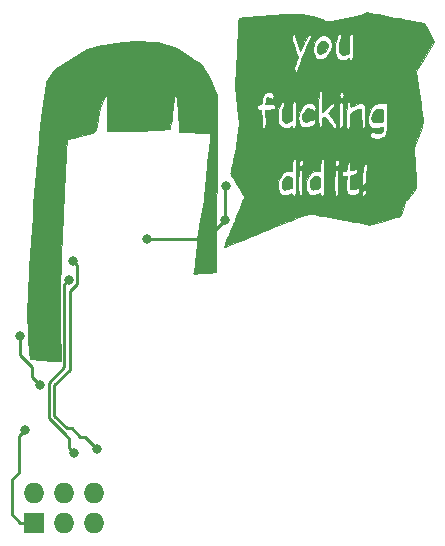
<source format=gbr>
G04 #@! TF.FileFunction,Copper,L1,Top,Signal*
%FSLAX46Y46*%
G04 Gerber Fmt 4.6, Leading zero omitted, Abs format (unit mm)*
G04 Created by KiCad (PCBNEW 4.0.5+dfsg1-4) date Sun Sep 22 15:40:00 2019*
%MOMM*%
%LPD*%
G01*
G04 APERTURE LIST*
%ADD10C,0.100000*%
%ADD11C,0.010000*%
%ADD12R,1.727200X1.727200*%
%ADD13O,1.727200X1.727200*%
%ADD14C,0.800000*%
%ADD15C,0.250000*%
G04 APERTURE END LIST*
D10*
D11*
G36*
X37877731Y-23426120D02*
X38105910Y-23434572D01*
X38384471Y-23448320D01*
X38543667Y-23456731D01*
X39538500Y-23509650D01*
X41137302Y-23976062D01*
X42200568Y-24688738D01*
X42509597Y-24896684D01*
X42756209Y-25065008D01*
X42948922Y-25200312D01*
X43096257Y-25309197D01*
X43206731Y-25398261D01*
X43288865Y-25474106D01*
X43351177Y-25543332D01*
X43402187Y-25612540D01*
X43412000Y-25627291D01*
X43542389Y-25840619D01*
X43693814Y-26111981D01*
X43855868Y-26420800D01*
X44018144Y-26746499D01*
X44170236Y-27068499D01*
X44301738Y-27366223D01*
X44347619Y-27477325D01*
X44558363Y-28000817D01*
X44556619Y-31785000D01*
X44555814Y-32377836D01*
X44554002Y-32963089D01*
X44551264Y-33532726D01*
X44547682Y-34078713D01*
X44543336Y-34593016D01*
X44538308Y-35067604D01*
X44532680Y-35494441D01*
X44526533Y-35865495D01*
X44519948Y-36172732D01*
X44513006Y-36408120D01*
X44508738Y-36510842D01*
X44495567Y-36843201D01*
X44485254Y-37231179D01*
X44478252Y-37645759D01*
X44475018Y-38057928D01*
X44476006Y-38438669D01*
X44477051Y-38532000D01*
X44480163Y-38834403D01*
X44482435Y-39202801D01*
X44483842Y-39618526D01*
X44484357Y-40062910D01*
X44483955Y-40517287D01*
X44482608Y-40962987D01*
X44480917Y-41287629D01*
X44470334Y-42963757D01*
X43888250Y-43012475D01*
X43511051Y-43043927D01*
X43210024Y-43068399D01*
X42976972Y-43086021D01*
X42803700Y-43096922D01*
X42682011Y-43101231D01*
X42603710Y-43099079D01*
X42560600Y-43090595D01*
X42544485Y-43075909D01*
X42547170Y-43055150D01*
X42557738Y-43033526D01*
X42589343Y-42938305D01*
X42624498Y-42769995D01*
X42661800Y-42540031D01*
X42699847Y-42259847D01*
X42737237Y-41940876D01*
X42772568Y-41594552D01*
X42804438Y-41232309D01*
X42831446Y-40865580D01*
X42839788Y-40733334D01*
X42864324Y-40357928D01*
X42889266Y-40051579D01*
X42916424Y-39798689D01*
X42947610Y-39583658D01*
X42984634Y-39390888D01*
X43006859Y-39294000D01*
X43070991Y-39004650D01*
X43139193Y-38654649D01*
X43209734Y-38256579D01*
X43280886Y-37823028D01*
X43350919Y-37366579D01*
X43418103Y-36899817D01*
X43480711Y-36435328D01*
X43537013Y-35985697D01*
X43585278Y-35563509D01*
X43623779Y-35181348D01*
X43650786Y-34851800D01*
X43664569Y-34587449D01*
X43666000Y-34496884D01*
X43671919Y-34327591D01*
X43688294Y-34097640D01*
X43713054Y-33830107D01*
X43744127Y-33548070D01*
X43768652Y-33353423D01*
X43817875Y-32975923D01*
X43863179Y-32611837D01*
X43903565Y-32270620D01*
X43938034Y-31961722D01*
X43965587Y-31694599D01*
X43985225Y-31478702D01*
X43995948Y-31323485D01*
X43996758Y-31238401D01*
X43993561Y-31225450D01*
X43946890Y-31217962D01*
X43826817Y-31208373D01*
X43644565Y-31197302D01*
X43411356Y-31185372D01*
X43138412Y-31173203D01*
X42836953Y-31161415D01*
X42834186Y-31161314D01*
X42522524Y-31149409D01*
X42230155Y-31137223D01*
X41970362Y-31125390D01*
X41756425Y-31114543D01*
X41601624Y-31105315D01*
X41522917Y-31098807D01*
X41348335Y-31077745D01*
X41319238Y-30476289D01*
X41307368Y-30264077D01*
X41290448Y-30007104D01*
X41269616Y-29718820D01*
X41246009Y-29412676D01*
X41220765Y-29102120D01*
X41195020Y-28800603D01*
X41169913Y-28521575D01*
X41146580Y-28278485D01*
X41126159Y-28084782D01*
X41109787Y-27953918D01*
X41102297Y-27910794D01*
X41073399Y-27847654D01*
X41043809Y-27847294D01*
X40991190Y-27947127D01*
X40940283Y-28131276D01*
X40891147Y-28399405D01*
X40843842Y-28751180D01*
X40798426Y-29186265D01*
X40787788Y-29303334D01*
X40748976Y-29701278D01*
X40707599Y-30051775D01*
X40664853Y-30347478D01*
X40621935Y-30581038D01*
X40580044Y-30745109D01*
X40540375Y-30832342D01*
X40538254Y-30834794D01*
X40489263Y-30848468D01*
X40370800Y-30867724D01*
X40197718Y-30890542D01*
X39984868Y-30914901D01*
X39837904Y-30930044D01*
X39628265Y-30948114D01*
X39393477Y-30962938D01*
X39124496Y-30974745D01*
X38812279Y-30983762D01*
X38447781Y-30990219D01*
X38021960Y-30994345D01*
X37525771Y-30996367D01*
X37202654Y-30996667D01*
X35241667Y-30996667D01*
X35241667Y-29560089D01*
X35240726Y-29132465D01*
X35237549Y-28782391D01*
X35231599Y-28502771D01*
X35222342Y-28286506D01*
X35209243Y-28126497D01*
X35191768Y-28015647D01*
X35169382Y-27946858D01*
X35141550Y-27913031D01*
X35117077Y-27906334D01*
X35091800Y-27944720D01*
X35045963Y-28051739D01*
X34984153Y-28215178D01*
X34910961Y-28422823D01*
X34830976Y-28662463D01*
X34818783Y-28700084D01*
X34693433Y-29105949D01*
X34596018Y-29465230D01*
X34519022Y-29808228D01*
X34454931Y-30165246D01*
X34453981Y-30171167D01*
X34408960Y-30440940D01*
X34370122Y-30642672D01*
X34333212Y-30792345D01*
X34293978Y-30905939D01*
X34248166Y-30999436D01*
X34221994Y-31042809D01*
X34098535Y-31237118D01*
X32987351Y-31481856D01*
X32691976Y-31547638D01*
X32424000Y-31608707D01*
X32194484Y-31662430D01*
X32014494Y-31706173D01*
X31895091Y-31737303D01*
X31847339Y-31753186D01*
X31847309Y-31753214D01*
X31840940Y-31798734D01*
X31831120Y-31923027D01*
X31818135Y-32120282D01*
X31802265Y-32384687D01*
X31783797Y-32710431D01*
X31763012Y-33091702D01*
X31740194Y-33522690D01*
X31715627Y-33997583D01*
X31689594Y-34510569D01*
X31662379Y-35055838D01*
X31634265Y-35627577D01*
X31605536Y-36219976D01*
X31576474Y-36827224D01*
X31547365Y-37443508D01*
X31518490Y-38063018D01*
X31490134Y-38679942D01*
X31462580Y-39288468D01*
X31436112Y-39882787D01*
X31411012Y-40457085D01*
X31387566Y-41005553D01*
X31366055Y-41522378D01*
X31346763Y-42001749D01*
X31344205Y-42066834D01*
X31326234Y-42535400D01*
X31311022Y-42958726D01*
X31298443Y-43348297D01*
X31288368Y-43715600D01*
X31280670Y-44072122D01*
X31275221Y-44429349D01*
X31271894Y-44798769D01*
X31270560Y-45191868D01*
X31271091Y-45620132D01*
X31273361Y-46095048D01*
X31277242Y-46628104D01*
X31282604Y-47230785D01*
X31284539Y-47432584D01*
X31314434Y-50512334D01*
X31066134Y-50506559D01*
X30953330Y-50502123D01*
X30771407Y-50492806D01*
X30535716Y-50479493D01*
X30261606Y-50463068D01*
X29964429Y-50444417D01*
X29780667Y-50432475D01*
X28743500Y-50364167D01*
X28650558Y-49623334D01*
X28615871Y-49311178D01*
X28586683Y-48967245D01*
X28562251Y-48579180D01*
X28541828Y-48134629D01*
X28524671Y-47621238D01*
X28520373Y-47464334D01*
X28512284Y-47138261D01*
X28506433Y-46846911D01*
X28503078Y-46578554D01*
X28502475Y-46321459D01*
X28504882Y-46063895D01*
X28510558Y-45794131D01*
X28519759Y-45500437D01*
X28532744Y-45171081D01*
X28549770Y-44794333D01*
X28571094Y-44358462D01*
X28596975Y-43851737D01*
X28601718Y-43760167D01*
X28661673Y-42650888D01*
X28726599Y-41535957D01*
X28795634Y-40427867D01*
X28867918Y-39339111D01*
X28942587Y-38282183D01*
X29018781Y-37269576D01*
X29095638Y-36313784D01*
X29172296Y-35427300D01*
X29189699Y-35235719D01*
X29230788Y-34783352D01*
X29273830Y-34301593D01*
X29317195Y-33809188D01*
X29359258Y-33324883D01*
X29398390Y-32867423D01*
X29432964Y-32455553D01*
X29461354Y-32108018D01*
X29462941Y-32088168D01*
X29524028Y-31366343D01*
X29591144Y-30652110D01*
X29662808Y-29958618D01*
X29737542Y-29299012D01*
X29813865Y-28686442D01*
X29890297Y-28134055D01*
X29954922Y-27717552D01*
X30087370Y-26914937D01*
X30457172Y-26362885D01*
X30826975Y-25810834D01*
X32198238Y-24957966D01*
X33569500Y-24105098D01*
X34500834Y-23870190D01*
X34826290Y-23789732D01*
X35104530Y-23725602D01*
X35358360Y-23673781D01*
X35610584Y-23630248D01*
X35884008Y-23590986D01*
X36201438Y-23551976D01*
X36490500Y-23519547D01*
X36819956Y-23483877D01*
X37084488Y-23457030D01*
X37303314Y-23438419D01*
X37495651Y-23427455D01*
X37680718Y-23423552D01*
X37877731Y-23426120D01*
X37877731Y-23426120D01*
G37*
X37877731Y-23426120D02*
X38105910Y-23434572D01*
X38384471Y-23448320D01*
X38543667Y-23456731D01*
X39538500Y-23509650D01*
X41137302Y-23976062D01*
X42200568Y-24688738D01*
X42509597Y-24896684D01*
X42756209Y-25065008D01*
X42948922Y-25200312D01*
X43096257Y-25309197D01*
X43206731Y-25398261D01*
X43288865Y-25474106D01*
X43351177Y-25543332D01*
X43402187Y-25612540D01*
X43412000Y-25627291D01*
X43542389Y-25840619D01*
X43693814Y-26111981D01*
X43855868Y-26420800D01*
X44018144Y-26746499D01*
X44170236Y-27068499D01*
X44301738Y-27366223D01*
X44347619Y-27477325D01*
X44558363Y-28000817D01*
X44556619Y-31785000D01*
X44555814Y-32377836D01*
X44554002Y-32963089D01*
X44551264Y-33532726D01*
X44547682Y-34078713D01*
X44543336Y-34593016D01*
X44538308Y-35067604D01*
X44532680Y-35494441D01*
X44526533Y-35865495D01*
X44519948Y-36172732D01*
X44513006Y-36408120D01*
X44508738Y-36510842D01*
X44495567Y-36843201D01*
X44485254Y-37231179D01*
X44478252Y-37645759D01*
X44475018Y-38057928D01*
X44476006Y-38438669D01*
X44477051Y-38532000D01*
X44480163Y-38834403D01*
X44482435Y-39202801D01*
X44483842Y-39618526D01*
X44484357Y-40062910D01*
X44483955Y-40517287D01*
X44482608Y-40962987D01*
X44480917Y-41287629D01*
X44470334Y-42963757D01*
X43888250Y-43012475D01*
X43511051Y-43043927D01*
X43210024Y-43068399D01*
X42976972Y-43086021D01*
X42803700Y-43096922D01*
X42682011Y-43101231D01*
X42603710Y-43099079D01*
X42560600Y-43090595D01*
X42544485Y-43075909D01*
X42547170Y-43055150D01*
X42557738Y-43033526D01*
X42589343Y-42938305D01*
X42624498Y-42769995D01*
X42661800Y-42540031D01*
X42699847Y-42259847D01*
X42737237Y-41940876D01*
X42772568Y-41594552D01*
X42804438Y-41232309D01*
X42831446Y-40865580D01*
X42839788Y-40733334D01*
X42864324Y-40357928D01*
X42889266Y-40051579D01*
X42916424Y-39798689D01*
X42947610Y-39583658D01*
X42984634Y-39390888D01*
X43006859Y-39294000D01*
X43070991Y-39004650D01*
X43139193Y-38654649D01*
X43209734Y-38256579D01*
X43280886Y-37823028D01*
X43350919Y-37366579D01*
X43418103Y-36899817D01*
X43480711Y-36435328D01*
X43537013Y-35985697D01*
X43585278Y-35563509D01*
X43623779Y-35181348D01*
X43650786Y-34851800D01*
X43664569Y-34587449D01*
X43666000Y-34496884D01*
X43671919Y-34327591D01*
X43688294Y-34097640D01*
X43713054Y-33830107D01*
X43744127Y-33548070D01*
X43768652Y-33353423D01*
X43817875Y-32975923D01*
X43863179Y-32611837D01*
X43903565Y-32270620D01*
X43938034Y-31961722D01*
X43965587Y-31694599D01*
X43985225Y-31478702D01*
X43995948Y-31323485D01*
X43996758Y-31238401D01*
X43993561Y-31225450D01*
X43946890Y-31217962D01*
X43826817Y-31208373D01*
X43644565Y-31197302D01*
X43411356Y-31185372D01*
X43138412Y-31173203D01*
X42836953Y-31161415D01*
X42834186Y-31161314D01*
X42522524Y-31149409D01*
X42230155Y-31137223D01*
X41970362Y-31125390D01*
X41756425Y-31114543D01*
X41601624Y-31105315D01*
X41522917Y-31098807D01*
X41348335Y-31077745D01*
X41319238Y-30476289D01*
X41307368Y-30264077D01*
X41290448Y-30007104D01*
X41269616Y-29718820D01*
X41246009Y-29412676D01*
X41220765Y-29102120D01*
X41195020Y-28800603D01*
X41169913Y-28521575D01*
X41146580Y-28278485D01*
X41126159Y-28084782D01*
X41109787Y-27953918D01*
X41102297Y-27910794D01*
X41073399Y-27847654D01*
X41043809Y-27847294D01*
X40991190Y-27947127D01*
X40940283Y-28131276D01*
X40891147Y-28399405D01*
X40843842Y-28751180D01*
X40798426Y-29186265D01*
X40787788Y-29303334D01*
X40748976Y-29701278D01*
X40707599Y-30051775D01*
X40664853Y-30347478D01*
X40621935Y-30581038D01*
X40580044Y-30745109D01*
X40540375Y-30832342D01*
X40538254Y-30834794D01*
X40489263Y-30848468D01*
X40370800Y-30867724D01*
X40197718Y-30890542D01*
X39984868Y-30914901D01*
X39837904Y-30930044D01*
X39628265Y-30948114D01*
X39393477Y-30962938D01*
X39124496Y-30974745D01*
X38812279Y-30983762D01*
X38447781Y-30990219D01*
X38021960Y-30994345D01*
X37525771Y-30996367D01*
X37202654Y-30996667D01*
X35241667Y-30996667D01*
X35241667Y-29560089D01*
X35240726Y-29132465D01*
X35237549Y-28782391D01*
X35231599Y-28502771D01*
X35222342Y-28286506D01*
X35209243Y-28126497D01*
X35191768Y-28015647D01*
X35169382Y-27946858D01*
X35141550Y-27913031D01*
X35117077Y-27906334D01*
X35091800Y-27944720D01*
X35045963Y-28051739D01*
X34984153Y-28215178D01*
X34910961Y-28422823D01*
X34830976Y-28662463D01*
X34818783Y-28700084D01*
X34693433Y-29105949D01*
X34596018Y-29465230D01*
X34519022Y-29808228D01*
X34454931Y-30165246D01*
X34453981Y-30171167D01*
X34408960Y-30440940D01*
X34370122Y-30642672D01*
X34333212Y-30792345D01*
X34293978Y-30905939D01*
X34248166Y-30999436D01*
X34221994Y-31042809D01*
X34098535Y-31237118D01*
X32987351Y-31481856D01*
X32691976Y-31547638D01*
X32424000Y-31608707D01*
X32194484Y-31662430D01*
X32014494Y-31706173D01*
X31895091Y-31737303D01*
X31847339Y-31753186D01*
X31847309Y-31753214D01*
X31840940Y-31798734D01*
X31831120Y-31923027D01*
X31818135Y-32120282D01*
X31802265Y-32384687D01*
X31783797Y-32710431D01*
X31763012Y-33091702D01*
X31740194Y-33522690D01*
X31715627Y-33997583D01*
X31689594Y-34510569D01*
X31662379Y-35055838D01*
X31634265Y-35627577D01*
X31605536Y-36219976D01*
X31576474Y-36827224D01*
X31547365Y-37443508D01*
X31518490Y-38063018D01*
X31490134Y-38679942D01*
X31462580Y-39288468D01*
X31436112Y-39882787D01*
X31411012Y-40457085D01*
X31387566Y-41005553D01*
X31366055Y-41522378D01*
X31346763Y-42001749D01*
X31344205Y-42066834D01*
X31326234Y-42535400D01*
X31311022Y-42958726D01*
X31298443Y-43348297D01*
X31288368Y-43715600D01*
X31280670Y-44072122D01*
X31275221Y-44429349D01*
X31271894Y-44798769D01*
X31270560Y-45191868D01*
X31271091Y-45620132D01*
X31273361Y-46095048D01*
X31277242Y-46628104D01*
X31282604Y-47230785D01*
X31284539Y-47432584D01*
X31314434Y-50512334D01*
X31066134Y-50506559D01*
X30953330Y-50502123D01*
X30771407Y-50492806D01*
X30535716Y-50479493D01*
X30261606Y-50463068D01*
X29964429Y-50444417D01*
X29780667Y-50432475D01*
X28743500Y-50364167D01*
X28650558Y-49623334D01*
X28615871Y-49311178D01*
X28586683Y-48967245D01*
X28562251Y-48579180D01*
X28541828Y-48134629D01*
X28524671Y-47621238D01*
X28520373Y-47464334D01*
X28512284Y-47138261D01*
X28506433Y-46846911D01*
X28503078Y-46578554D01*
X28502475Y-46321459D01*
X28504882Y-46063895D01*
X28510558Y-45794131D01*
X28519759Y-45500437D01*
X28532744Y-45171081D01*
X28549770Y-44794333D01*
X28571094Y-44358462D01*
X28596975Y-43851737D01*
X28601718Y-43760167D01*
X28661673Y-42650888D01*
X28726599Y-41535957D01*
X28795634Y-40427867D01*
X28867918Y-39339111D01*
X28942587Y-38282183D01*
X29018781Y-37269576D01*
X29095638Y-36313784D01*
X29172296Y-35427300D01*
X29189699Y-35235719D01*
X29230788Y-34783352D01*
X29273830Y-34301593D01*
X29317195Y-33809188D01*
X29359258Y-33324883D01*
X29398390Y-32867423D01*
X29432964Y-32455553D01*
X29461354Y-32108018D01*
X29462941Y-32088168D01*
X29524028Y-31366343D01*
X29591144Y-30652110D01*
X29662808Y-29958618D01*
X29737542Y-29299012D01*
X29813865Y-28686442D01*
X29890297Y-28134055D01*
X29954922Y-27717552D01*
X30087370Y-26914937D01*
X30457172Y-26362885D01*
X30826975Y-25810834D01*
X32198238Y-24957966D01*
X33569500Y-24105098D01*
X34500834Y-23870190D01*
X34826290Y-23789732D01*
X35104530Y-23725602D01*
X35358360Y-23673781D01*
X35610584Y-23630248D01*
X35884008Y-23590986D01*
X36201438Y-23551976D01*
X36490500Y-23519547D01*
X36819956Y-23483877D01*
X37084488Y-23457030D01*
X37303314Y-23438419D01*
X37495651Y-23427455D01*
X37680718Y-23423552D01*
X37877731Y-23426120D01*
G36*
X57826500Y-21082549D02*
X57986349Y-21110657D01*
X58217398Y-21153025D01*
X58507804Y-21207398D01*
X58845726Y-21271524D01*
X59219323Y-21343147D01*
X59616754Y-21420015D01*
X60026177Y-21499873D01*
X60251386Y-21544097D01*
X62125939Y-21913115D01*
X62384679Y-22401474D01*
X62500828Y-22620025D01*
X62620579Y-22844218D01*
X62729080Y-23046309D01*
X62805008Y-23186678D01*
X62966597Y-23483523D01*
X62171986Y-24723707D01*
X61377374Y-25963891D01*
X61559279Y-27093862D01*
X61658884Y-27717945D01*
X61744007Y-28263316D01*
X61815256Y-28734578D01*
X61873242Y-29136331D01*
X61918572Y-29473175D01*
X61951856Y-29749710D01*
X61973702Y-29970537D01*
X61984719Y-30140257D01*
X61985516Y-30263471D01*
X61983344Y-30298167D01*
X61956622Y-30448131D01*
X61896779Y-30672639D01*
X61804715Y-30968707D01*
X61681331Y-31333347D01*
X61613395Y-31525834D01*
X61265874Y-32499500D01*
X61335706Y-33938834D01*
X61353155Y-34292227D01*
X61370376Y-34629470D01*
X61386708Y-34938442D01*
X61401490Y-35207019D01*
X61414059Y-35423079D01*
X61423753Y-35574499D01*
X61428168Y-35632167D01*
X61450797Y-35886167D01*
X60998319Y-36415334D01*
X60841989Y-36599423D01*
X60702157Y-36766446D01*
X60589498Y-36903468D01*
X60514686Y-36997557D01*
X60491665Y-37029167D01*
X60459511Y-37100801D01*
X60410756Y-37235393D01*
X60351739Y-37414401D01*
X60288800Y-37619282D01*
X60281792Y-37643000D01*
X60219643Y-37845528D01*
X60161257Y-38020184D01*
X60112687Y-38149888D01*
X60079983Y-38217561D01*
X60076965Y-38221163D01*
X60025215Y-38243515D01*
X59901658Y-38283813D01*
X59716535Y-38339111D01*
X59480086Y-38406464D01*
X59202553Y-38482927D01*
X58894178Y-38565555D01*
X58724751Y-38610053D01*
X57421669Y-38949948D01*
X56798584Y-38827759D01*
X56518591Y-38773643D01*
X56174367Y-38708378D01*
X55781978Y-38634906D01*
X55357490Y-38556171D01*
X54916969Y-38475115D01*
X54476482Y-38394681D01*
X54052095Y-38317813D01*
X53659873Y-38247453D01*
X53315882Y-38186543D01*
X53036190Y-38138029D01*
X52995133Y-38131046D01*
X52790221Y-38095608D01*
X52631542Y-38069851D01*
X52503191Y-38056014D01*
X52389260Y-38056338D01*
X52273844Y-38073061D01*
X52141035Y-38108424D01*
X51974927Y-38164665D01*
X51759615Y-38244024D01*
X51497667Y-38341879D01*
X51274428Y-38426169D01*
X50981887Y-38538707D01*
X50629176Y-38675860D01*
X50225429Y-38833994D01*
X49779777Y-39009475D01*
X49301353Y-39198668D01*
X48799290Y-39397941D01*
X48282719Y-39603659D01*
X47760774Y-39812188D01*
X47242587Y-40019894D01*
X46737289Y-40223143D01*
X46254015Y-40418301D01*
X45801896Y-40601735D01*
X45390064Y-40769810D01*
X45199794Y-40847905D01*
X45167776Y-40846789D01*
X45177192Y-40790108D01*
X45190106Y-40754222D01*
X45214334Y-40693128D01*
X45267232Y-40561541D01*
X45345586Y-40367404D01*
X45446182Y-40118658D01*
X45565805Y-39823243D01*
X45701242Y-39489101D01*
X45849278Y-39124174D01*
X46006699Y-38736402D01*
X46044509Y-38643306D01*
X46202173Y-38254252D01*
X46349717Y-37888439D01*
X46484130Y-37553455D01*
X46602403Y-37256887D01*
X46701522Y-37006321D01*
X46778478Y-36809344D01*
X46830260Y-36673543D01*
X46853855Y-36606504D01*
X46855003Y-36601194D01*
X46833746Y-36553872D01*
X46773774Y-36444458D01*
X46680875Y-36282886D01*
X46560837Y-36079089D01*
X46419449Y-35843003D01*
X46265972Y-35590243D01*
X46264472Y-35587756D01*
X49697640Y-35587756D01*
X49716448Y-35887120D01*
X49808031Y-36162600D01*
X49825221Y-36195646D01*
X49929791Y-36354361D01*
X50027447Y-36435846D01*
X50047814Y-36442955D01*
X50176158Y-36454122D01*
X50351153Y-36443405D01*
X50538915Y-36415045D01*
X50705560Y-36373282D01*
X50758043Y-36354056D01*
X50853716Y-36318593D01*
X50900500Y-36323902D01*
X50926378Y-36375269D01*
X50929959Y-36386543D01*
X50989511Y-36493718D01*
X51067712Y-36521812D01*
X51150910Y-36470007D01*
X51196353Y-36402505D01*
X51210781Y-36345556D01*
X51221905Y-36232218D01*
X51229847Y-36057434D01*
X51234730Y-35816146D01*
X51236678Y-35503298D01*
X51236508Y-35426457D01*
X51455334Y-35426457D01*
X51456454Y-35703258D01*
X51459589Y-35953872D01*
X51464404Y-36165102D01*
X51470560Y-36323748D01*
X51477721Y-36416609D01*
X51481029Y-36433038D01*
X51538658Y-36491421D01*
X51624366Y-36488689D01*
X51710925Y-36427832D01*
X51728100Y-36405914D01*
X51750223Y-36361710D01*
X51766948Y-36293387D01*
X51778968Y-36190070D01*
X51786976Y-36040885D01*
X51791667Y-35834959D01*
X51792248Y-35757874D01*
X52092685Y-35757874D01*
X52103683Y-35892603D01*
X52137348Y-36014374D01*
X52186985Y-36132004D01*
X52260434Y-36267021D01*
X52339135Y-36373225D01*
X52389760Y-36416989D01*
X52503438Y-36444923D01*
X52670967Y-36446522D01*
X52866458Y-36423916D01*
X53064024Y-36379234D01*
X53138490Y-36355424D01*
X53248771Y-36319299D01*
X53301261Y-36314982D01*
X53317147Y-36343769D01*
X53318000Y-36366411D01*
X53346243Y-36462000D01*
X53413863Y-36514867D01*
X53472891Y-36512729D01*
X53533630Y-36461034D01*
X53594733Y-36369972D01*
X53612396Y-36321999D01*
X53626506Y-36247957D01*
X53637421Y-36139183D01*
X53645500Y-35987018D01*
X53651102Y-35782799D01*
X53654586Y-35517866D01*
X53654857Y-35465197D01*
X54503334Y-35465197D01*
X54504580Y-35744980D01*
X54508076Y-35996157D01*
X54513455Y-36206454D01*
X54520354Y-36363595D01*
X54528406Y-36455303D01*
X54533341Y-36473564D01*
X54608729Y-36497419D01*
X54701029Y-36465245D01*
X54777867Y-36389857D01*
X54787400Y-36373000D01*
X54802407Y-36301712D01*
X54815450Y-36161431D01*
X54826308Y-35967812D01*
X54834759Y-35736509D01*
X54840583Y-35483178D01*
X54843558Y-35223475D01*
X54843465Y-34973055D01*
X54840083Y-34747572D01*
X54837031Y-34665709D01*
X55144304Y-34665709D01*
X55146381Y-34692206D01*
X55161301Y-34777144D01*
X55200932Y-34819058D01*
X55290284Y-34836701D01*
X55344996Y-34841124D01*
X55530491Y-34854414D01*
X55502059Y-35370290D01*
X55492698Y-35686637D01*
X55501272Y-35953068D01*
X55526852Y-36160114D01*
X55568512Y-36298306D01*
X55597072Y-36340672D01*
X55665901Y-36377804D01*
X55778214Y-36411920D01*
X55802931Y-36417177D01*
X55925656Y-36434271D01*
X56051311Y-36432903D01*
X56211068Y-36411540D01*
X56319277Y-36391767D01*
X56409255Y-36352371D01*
X56831870Y-36352371D01*
X56845017Y-36448532D01*
X56859889Y-36471778D01*
X56940488Y-36502266D01*
X57031299Y-36464560D01*
X57109251Y-36368319D01*
X57109868Y-36367132D01*
X57149078Y-36240779D01*
X57138891Y-36134720D01*
X57091978Y-36063201D01*
X57021007Y-36040468D01*
X56938649Y-36080766D01*
X56897567Y-36128420D01*
X56850768Y-36233081D01*
X56831870Y-36352371D01*
X56409255Y-36352371D01*
X56450720Y-36334216D01*
X56549414Y-36231935D01*
X56604819Y-36107277D01*
X56606395Y-35982593D01*
X56555374Y-35891089D01*
X56493432Y-35842768D01*
X56440749Y-35858571D01*
X56410552Y-35884159D01*
X56324008Y-35925951D01*
X56196926Y-35948407D01*
X56057468Y-35951600D01*
X55933795Y-35935602D01*
X55854068Y-35900485D01*
X55841363Y-35882704D01*
X55827471Y-35798749D01*
X55820710Y-35654073D01*
X55820820Y-35472300D01*
X55826729Y-35300621D01*
X56831316Y-35300621D01*
X56845214Y-35481495D01*
X56884980Y-35585554D01*
X56949031Y-35611163D01*
X57035779Y-35556684D01*
X57057436Y-35534139D01*
X57088378Y-35495427D01*
X57112940Y-35448164D01*
X57133092Y-35380340D01*
X57150806Y-35279940D01*
X57168054Y-35134952D01*
X57186806Y-34933363D01*
X57209034Y-34663160D01*
X57217155Y-34560860D01*
X57236071Y-34308689D01*
X57246511Y-34127418D01*
X57248260Y-34003687D01*
X57241102Y-33924133D01*
X57224822Y-33875395D01*
X57205697Y-33850221D01*
X57119267Y-33808703D01*
X57034913Y-33843823D01*
X56968665Y-33948707D01*
X56967271Y-33952459D01*
X56947805Y-34038383D01*
X56925099Y-34189061D01*
X56901145Y-34384739D01*
X56877936Y-34605668D01*
X56857462Y-34832093D01*
X56841717Y-35044265D01*
X56832691Y-35222430D01*
X56831316Y-35300621D01*
X55826729Y-35300621D01*
X55827541Y-35277051D01*
X55840611Y-35091950D01*
X55851125Y-34997595D01*
X55879167Y-34786357D01*
X56084255Y-34757115D01*
X56280495Y-34704633D01*
X56402944Y-34614299D01*
X56450132Y-34487266D01*
X56450667Y-34469906D01*
X56423699Y-34343450D01*
X56342396Y-34281900D01*
X56232827Y-34279793D01*
X56095070Y-34301408D01*
X55985000Y-34318775D01*
X55858000Y-34338884D01*
X55858000Y-34021113D01*
X55853893Y-33847851D01*
X55839531Y-33742839D01*
X55811855Y-33689967D01*
X55792923Y-33678371D01*
X55699168Y-33680441D01*
X55622370Y-33760450D01*
X55566025Y-33912748D01*
X55537135Y-34091657D01*
X55508394Y-34383334D01*
X55367186Y-34383334D01*
X55236098Y-34414808D01*
X55161733Y-34509033D01*
X55144304Y-34665709D01*
X54837031Y-34665709D01*
X54833189Y-34562682D01*
X54822565Y-34434040D01*
X54815318Y-34393917D01*
X54763327Y-34316223D01*
X54682055Y-34305459D01*
X54594211Y-34361734D01*
X54569234Y-34392753D01*
X54547535Y-34436023D01*
X54531022Y-34502936D01*
X54519042Y-34604129D01*
X54510942Y-34750242D01*
X54506068Y-34951910D01*
X54503766Y-35219772D01*
X54503334Y-35465197D01*
X53654857Y-35465197D01*
X53656311Y-35183558D01*
X53656667Y-34875731D01*
X53655898Y-34540504D01*
X53653719Y-34230730D01*
X53650317Y-33957012D01*
X53645937Y-33732768D01*
X54552738Y-33732768D01*
X54565641Y-33859698D01*
X54590864Y-33923019D01*
X54662310Y-33988491D01*
X54753066Y-33985464D01*
X54840602Y-33919046D01*
X54879045Y-33857696D01*
X54912157Y-33708710D01*
X54876259Y-33571472D01*
X54786431Y-33477552D01*
X54702591Y-33463894D01*
X54629903Y-33515073D01*
X54577055Y-33611295D01*
X54552738Y-33732768D01*
X53645937Y-33732768D01*
X53645882Y-33729953D01*
X53640603Y-33560155D01*
X53634668Y-33458222D01*
X53630971Y-33434296D01*
X53572544Y-33375310D01*
X53481464Y-33381937D01*
X53395417Y-33437395D01*
X53361136Y-33479518D01*
X53338558Y-33542798D01*
X53325382Y-33643646D01*
X53319304Y-33798469D01*
X53318000Y-33989217D01*
X53317294Y-34196143D01*
X53313545Y-34331467D01*
X53304313Y-34408254D01*
X53287154Y-34439568D01*
X53259626Y-34438471D01*
X53236117Y-34427156D01*
X53099491Y-34389621D01*
X52930428Y-34389752D01*
X52771621Y-34426184D01*
X52733815Y-34443222D01*
X52524307Y-34597582D01*
X52346223Y-34816616D01*
X52209180Y-35083190D01*
X52122797Y-35380166D01*
X52098741Y-35574721D01*
X52092685Y-35757874D01*
X51792248Y-35757874D01*
X51793732Y-35561417D01*
X51794000Y-35372210D01*
X51792880Y-35095409D01*
X51789744Y-34844795D01*
X51784930Y-34633565D01*
X51778773Y-34474919D01*
X51771612Y-34382058D01*
X51768304Y-34365629D01*
X51710676Y-34307246D01*
X51624968Y-34309978D01*
X51538409Y-34370835D01*
X51521234Y-34392753D01*
X51499111Y-34436957D01*
X51482386Y-34505280D01*
X51470366Y-34608597D01*
X51462357Y-34757782D01*
X51457667Y-34963708D01*
X51455602Y-35237250D01*
X51455334Y-35426457D01*
X51236508Y-35426457D01*
X51235812Y-35113834D01*
X51234055Y-34849000D01*
X51225282Y-33740100D01*
X51500627Y-33740100D01*
X51518770Y-33867797D01*
X51541490Y-33920450D01*
X51616539Y-33990511D01*
X51712198Y-33990057D01*
X51803923Y-33920191D01*
X51812766Y-33908247D01*
X51869751Y-33766290D01*
X51863420Y-33617070D01*
X51819737Y-33526084D01*
X51736891Y-33461806D01*
X51652872Y-33466214D01*
X51578363Y-33524163D01*
X51524053Y-33620507D01*
X51500627Y-33740100D01*
X51225282Y-33740100D01*
X51222500Y-33388500D01*
X51129694Y-33375293D01*
X51039624Y-33392768D01*
X50973707Y-33477266D01*
X50930499Y-33633082D01*
X50908558Y-33864511D01*
X50905000Y-34044054D01*
X50904142Y-34236525D01*
X50899619Y-34358005D01*
X50888510Y-34422167D01*
X50867891Y-34442684D01*
X50834840Y-34433229D01*
X50823117Y-34427156D01*
X50653934Y-34381778D01*
X50464416Y-34404450D01*
X50274287Y-34488633D01*
X50103273Y-34627789D01*
X50057235Y-34681054D01*
X49870096Y-34971254D01*
X49749544Y-35277978D01*
X49697640Y-35587756D01*
X46264472Y-35587756D01*
X46109613Y-35331116D01*
X45969864Y-35093197D01*
X45852402Y-34886667D01*
X45762902Y-34721706D01*
X45707039Y-34608495D01*
X45690365Y-34557716D01*
X45703906Y-34498287D01*
X45734467Y-34369162D01*
X45779035Y-34182908D01*
X45834599Y-33952093D01*
X45898145Y-33689283D01*
X45935160Y-33536667D01*
X46022910Y-33163961D01*
X46094453Y-32830689D01*
X46154466Y-32510481D01*
X46207626Y-32176969D01*
X46258611Y-31803782D01*
X46295441Y-31505402D01*
X46424461Y-30426638D01*
X46293039Y-29032246D01*
X47947720Y-29032246D01*
X47949273Y-29055957D01*
X47966043Y-29148165D01*
X48010253Y-29193560D01*
X48108229Y-29215563D01*
X48132167Y-29218667D01*
X48301500Y-29239834D01*
X48330787Y-29973361D01*
X48346188Y-30288552D01*
X48365363Y-30525259D01*
X48390473Y-30689651D01*
X48423678Y-30787895D01*
X48467138Y-30826161D01*
X48523014Y-30810616D01*
X48593465Y-30747427D01*
X48599549Y-30740771D01*
X48628343Y-30701715D01*
X48648713Y-30649429D01*
X48661767Y-30570596D01*
X48668615Y-30451901D01*
X48670366Y-30280026D01*
X48668131Y-30041656D01*
X48666555Y-29936438D01*
X48665389Y-29862574D01*
X49697045Y-29862574D01*
X49708918Y-30123756D01*
X49751128Y-30336828D01*
X49786910Y-30425167D01*
X49910088Y-30585021D01*
X50079024Y-30702982D01*
X50273160Y-30773600D01*
X50471944Y-30791425D01*
X50654819Y-30751010D01*
X50763603Y-30684082D01*
X50880927Y-30583164D01*
X50925777Y-30673124D01*
X50998724Y-30760917D01*
X51081028Y-30767411D01*
X51160243Y-30693120D01*
X51177718Y-30662735D01*
X51199974Y-30605514D01*
X51216808Y-30523885D01*
X51228900Y-30406747D01*
X51236926Y-30243001D01*
X51241567Y-30021546D01*
X51242100Y-29941387D01*
X51447555Y-29941387D01*
X51492977Y-30253817D01*
X51612842Y-30545532D01*
X51652313Y-30610166D01*
X51690273Y-30659534D01*
X51737713Y-30687851D01*
X51815183Y-30699197D01*
X51943231Y-30697653D01*
X52062890Y-30691694D01*
X52296479Y-30667935D01*
X52480847Y-30626835D01*
X52556000Y-30596993D01*
X52740212Y-30484162D01*
X52849439Y-30368801D01*
X52892964Y-30240161D01*
X52894667Y-30204792D01*
X52879578Y-30101745D01*
X52842669Y-30043054D01*
X52838813Y-30041243D01*
X52772752Y-30046555D01*
X52658945Y-30082315D01*
X52553063Y-30126825D01*
X52276789Y-30217483D01*
X52105740Y-30234253D01*
X51975617Y-30230549D01*
X51900763Y-30208477D01*
X51851830Y-30152555D01*
X51815443Y-30081103D01*
X51769495Y-29893316D01*
X51786340Y-29683374D01*
X51857966Y-29475541D01*
X51976360Y-29294085D01*
X52114884Y-29174242D01*
X52239554Y-29109668D01*
X52338696Y-29101027D01*
X52446037Y-29150287D01*
X52513667Y-29197500D01*
X52654695Y-29281395D01*
X52762287Y-29294178D01*
X52831313Y-29247723D01*
X53148667Y-29247723D01*
X53149051Y-29641929D01*
X53150442Y-29959652D01*
X53153200Y-30209073D01*
X53157685Y-30398374D01*
X53164256Y-30535736D01*
X53173273Y-30629339D01*
X53185096Y-30687366D01*
X53200084Y-30717998D01*
X53213744Y-30727963D01*
X53291223Y-30720951D01*
X53361910Y-30677740D01*
X53405727Y-30623534D01*
X53431193Y-30545141D01*
X53442761Y-30420997D01*
X53445000Y-30275308D01*
X53447027Y-30108164D01*
X53457217Y-30003758D01*
X53481734Y-29940186D01*
X53526741Y-29895541D01*
X53557890Y-29874103D01*
X53641776Y-29827910D01*
X53691151Y-29833356D01*
X53716640Y-29859993D01*
X53760634Y-29918613D01*
X53841400Y-30027250D01*
X53945473Y-30167770D01*
X54011536Y-30257176D01*
X54175223Y-30475928D01*
X54299115Y-30631305D01*
X54391694Y-30729487D01*
X54461441Y-30776655D01*
X54516836Y-30778988D01*
X54566360Y-30742667D01*
X54606766Y-30690914D01*
X54657557Y-30585636D01*
X54672667Y-30506967D01*
X54648094Y-30440812D01*
X54580880Y-30323698D01*
X54480779Y-30171170D01*
X54357548Y-29998775D01*
X54334000Y-29967281D01*
X54208702Y-29798363D01*
X54155561Y-29724301D01*
X54884334Y-29724301D01*
X54885476Y-30007741D01*
X54888682Y-30262567D01*
X54893622Y-30476702D01*
X54899967Y-30638070D01*
X54907385Y-30734596D01*
X54912556Y-30756778D01*
X54990265Y-30782856D01*
X55086007Y-30730973D01*
X55121189Y-30695986D01*
X55149280Y-30657780D01*
X55170475Y-30605579D01*
X55186030Y-30527196D01*
X55197196Y-30410443D01*
X55198586Y-30381480D01*
X55506989Y-30381480D01*
X55509611Y-30559036D01*
X55516119Y-30682450D01*
X55527019Y-30761884D01*
X55542822Y-30807502D01*
X55561667Y-30828054D01*
X55614818Y-30859988D01*
X55650376Y-30856352D01*
X55701520Y-30807048D01*
X55729351Y-30777018D01*
X55765272Y-30730682D01*
X55789656Y-30671993D01*
X55804686Y-30584840D01*
X55812545Y-30453111D01*
X55815418Y-30260696D01*
X55815667Y-30140093D01*
X55816548Y-29914977D01*
X55820884Y-29758201D01*
X55831210Y-29653441D01*
X55850063Y-29584375D01*
X55879980Y-29534682D01*
X55915815Y-29495670D01*
X56022372Y-29410967D01*
X56165952Y-29325263D01*
X56326650Y-29246933D01*
X56484560Y-29184355D01*
X56619778Y-29145904D01*
X56712396Y-29139956D01*
X56735514Y-29150736D01*
X56746357Y-29200860D01*
X56758011Y-29321645D01*
X56769556Y-29499101D01*
X56780071Y-29719241D01*
X56788157Y-29951268D01*
X56796361Y-30223653D01*
X56804001Y-30423061D01*
X56812839Y-30561149D01*
X56824638Y-30649575D01*
X56841158Y-30699996D01*
X56864163Y-30724070D01*
X56895414Y-30733454D01*
X56906632Y-30735143D01*
X56977635Y-30727300D01*
X57032453Y-30667285D01*
X57070951Y-30586977D01*
X57096483Y-30512781D01*
X57113606Y-30422788D01*
X57123063Y-30302438D01*
X57125597Y-30137170D01*
X57124397Y-30063150D01*
X57315023Y-30063150D01*
X57337414Y-30325266D01*
X57421772Y-30529914D01*
X57568052Y-30676961D01*
X57691673Y-30739847D01*
X57867660Y-30776975D01*
X58086336Y-30780388D01*
X58313026Y-30750769D01*
X58412439Y-30725643D01*
X58609667Y-30666286D01*
X58609667Y-30843224D01*
X58592336Y-31018581D01*
X58532311Y-31130309D01*
X58417544Y-31189758D01*
X58235989Y-31208276D01*
X58222081Y-31208334D01*
X58026521Y-31193614D01*
X57858674Y-31154343D01*
X57816243Y-31137129D01*
X57716952Y-31094184D01*
X57659346Y-31092743D01*
X57609269Y-31136668D01*
X57587595Y-31162985D01*
X57521207Y-31294085D01*
X57516691Y-31428389D01*
X57542365Y-31491605D01*
X57644280Y-31580791D01*
X57804791Y-31641530D01*
X58002111Y-31671968D01*
X58214457Y-31670257D01*
X58420043Y-31634543D01*
X58567978Y-31578750D01*
X58693868Y-31503555D01*
X58786712Y-31414639D01*
X58852870Y-31297236D01*
X58898702Y-31136575D01*
X58930566Y-30917888D01*
X58950303Y-30690829D01*
X58964533Y-30452840D01*
X58975363Y-30186281D01*
X58982783Y-29904950D01*
X58986781Y-29622645D01*
X58987347Y-29353164D01*
X58984468Y-29110305D01*
X58978134Y-28907868D01*
X58968333Y-28759649D01*
X58955054Y-28679448D01*
X58951958Y-28672748D01*
X58887092Y-28635581D01*
X58836189Y-28648542D01*
X58759303Y-28664862D01*
X58622906Y-28677895D01*
X58452148Y-28685499D01*
X58391348Y-28686461D01*
X58207439Y-28690462D01*
X58081718Y-28703009D01*
X57987734Y-28730436D01*
X57899039Y-28779079D01*
X57841546Y-28818140D01*
X57656666Y-28998238D01*
X57506434Y-29253725D01*
X57392124Y-29582179D01*
X57354645Y-29743702D01*
X57315023Y-30063150D01*
X57124397Y-30063150D01*
X57121951Y-29912425D01*
X57115913Y-29705500D01*
X57105564Y-29458490D01*
X57091731Y-29233606D01*
X57075791Y-29047732D01*
X57059120Y-28917746D01*
X57047693Y-28868897D01*
X56965062Y-28746604D01*
X56834168Y-28687366D01*
X56652966Y-28691213D01*
X56419413Y-28758175D01*
X56142484Y-28882665D01*
X56014079Y-28946471D01*
X55918391Y-28991325D01*
X55877901Y-29007000D01*
X55866487Y-28968924D01*
X55859289Y-28871690D01*
X55858000Y-28797832D01*
X55847671Y-28646577D01*
X55811706Y-28567470D01*
X55742639Y-28549966D01*
X55690904Y-28561790D01*
X55642116Y-28589392D01*
X55603297Y-28643725D01*
X55573181Y-28733679D01*
X55550504Y-28868147D01*
X55533999Y-29056020D01*
X55522402Y-29306190D01*
X55514446Y-29627547D01*
X55511361Y-29823285D01*
X55507742Y-30139618D01*
X55506989Y-30381480D01*
X55198586Y-30381480D01*
X55205227Y-30243132D01*
X55211376Y-30013075D01*
X55215775Y-29776162D01*
X55218757Y-29505979D01*
X55218686Y-29252769D01*
X55215788Y-29033362D01*
X55210288Y-28864590D01*
X55202411Y-28763284D01*
X55202228Y-28762043D01*
X55162671Y-28619672D01*
X55101372Y-28553259D01*
X55023723Y-28565913D01*
X54962406Y-28623631D01*
X54937549Y-28660755D01*
X54918566Y-28710163D01*
X54904678Y-28782839D01*
X54895105Y-28889765D01*
X54889069Y-29041927D01*
X54885790Y-29250308D01*
X54884489Y-29525893D01*
X54884334Y-29724301D01*
X54155561Y-29724301D01*
X54104350Y-29652930D01*
X54030448Y-29544586D01*
X53996498Y-29486936D01*
X53995334Y-29482486D01*
X54023492Y-29436148D01*
X54096191Y-29353052D01*
X54168156Y-29280175D01*
X54340730Y-29086630D01*
X54432583Y-28918319D01*
X54443779Y-28775127D01*
X54442472Y-28769607D01*
X54404276Y-28687846D01*
X54341336Y-28664258D01*
X54248319Y-28701473D01*
X54119891Y-28802123D01*
X53950719Y-28968837D01*
X53875308Y-29049334D01*
X53737145Y-29195840D01*
X53617789Y-29316242D01*
X53529665Y-29398426D01*
X53485202Y-29430278D01*
X53484471Y-29430334D01*
X53471608Y-29389643D01*
X53460785Y-29274112D01*
X53452446Y-29093551D01*
X53447038Y-28857773D01*
X53445005Y-28576588D01*
X53445000Y-28561172D01*
X53444219Y-28263617D01*
X53441363Y-28040149D01*
X53440650Y-28020133D01*
X54930836Y-28020133D01*
X54945911Y-28138954D01*
X54995087Y-28222706D01*
X55057210Y-28267441D01*
X55121381Y-28251463D01*
X55153019Y-28231693D01*
X55233835Y-28144948D01*
X55267774Y-28071046D01*
X55273186Y-27948174D01*
X55241383Y-27825386D01*
X55183544Y-27737650D01*
X55155582Y-27720188D01*
X55070869Y-27724320D01*
X55000430Y-27790540D01*
X54951381Y-27896569D01*
X54930836Y-28020133D01*
X53440650Y-28020133D01*
X53435663Y-27880200D01*
X53426350Y-27773199D01*
X53412654Y-27708578D01*
X53393806Y-27675768D01*
X53379923Y-27667037D01*
X53302444Y-27674050D01*
X53231757Y-27717260D01*
X53209499Y-27740803D01*
X53191612Y-27772753D01*
X53177617Y-27821880D01*
X53167040Y-27896957D01*
X53159405Y-28006754D01*
X53154234Y-28160044D01*
X53151052Y-28365598D01*
X53149382Y-28632187D01*
X53148749Y-28968584D01*
X53148667Y-29247723D01*
X52831313Y-29247723D01*
X52848942Y-29235859D01*
X52877191Y-29197809D01*
X52924878Y-29071807D01*
X52894974Y-28950602D01*
X52784880Y-28827398D01*
X52715162Y-28774167D01*
X52570838Y-28689065D01*
X52433331Y-28653828D01*
X52332683Y-28650282D01*
X52171382Y-28669763D01*
X52032553Y-28730744D01*
X51897239Y-28845295D01*
X51749279Y-29021816D01*
X51576573Y-29311185D01*
X51475710Y-29622442D01*
X51447555Y-29941387D01*
X51242100Y-29941387D01*
X51243499Y-29731282D01*
X51243667Y-29583626D01*
X51243033Y-29271194D01*
X51240623Y-29032514D01*
X51235671Y-28856680D01*
X51227413Y-28732783D01*
X51215083Y-28649915D01*
X51197917Y-28597168D01*
X51175149Y-28563636D01*
X51171904Y-28560285D01*
X51119306Y-28517764D01*
X51074356Y-28527164D01*
X51008022Y-28595631D01*
X51002571Y-28601955D01*
X50966336Y-28648161D01*
X50940388Y-28698687D01*
X50923013Y-28767698D01*
X50912501Y-28869360D01*
X50907140Y-29017837D01*
X50905217Y-29227297D01*
X50905000Y-29409373D01*
X50905000Y-30103358D01*
X50763421Y-30211346D01*
X50599345Y-30293986D01*
X50416404Y-30320550D01*
X50248530Y-30286977D01*
X50225322Y-30275745D01*
X50150139Y-30208809D01*
X50078584Y-30105741D01*
X50074866Y-30098705D01*
X50033088Y-29951728D01*
X50022395Y-29749991D01*
X50041299Y-29516886D01*
X50088318Y-29275807D01*
X50137353Y-29114301D01*
X50202441Y-28894241D01*
X50225664Y-28720700D01*
X50206670Y-28603032D01*
X50158413Y-28554434D01*
X50082414Y-28545491D01*
X50014958Y-28587978D01*
X49949366Y-28690902D01*
X49878959Y-28863269D01*
X49836610Y-28988315D01*
X49761576Y-29275058D01*
X49714826Y-29573076D01*
X49697045Y-29862574D01*
X48665389Y-29862574D01*
X48655222Y-29218667D01*
X48983028Y-29218667D01*
X49200663Y-29207979D01*
X49346394Y-29172269D01*
X49430693Y-29106066D01*
X49464034Y-29003899D01*
X49465667Y-28966572D01*
X49453961Y-28870946D01*
X49409652Y-28808252D01*
X49318950Y-28772041D01*
X49168065Y-28755864D01*
X49008979Y-28753000D01*
X48653891Y-28753000D01*
X48681045Y-28573084D01*
X48710514Y-28381846D01*
X48734166Y-28260062D01*
X48759325Y-28193542D01*
X48793310Y-28168099D01*
X48843445Y-28169544D01*
X48885141Y-28177578D01*
X49002227Y-28216536D01*
X49085222Y-28266670D01*
X49177438Y-28323447D01*
X49250294Y-28301537D01*
X49313461Y-28197967D01*
X49314174Y-28196277D01*
X49353505Y-28034780D01*
X49317639Y-27906670D01*
X49203428Y-27805109D01*
X49113977Y-27761324D01*
X48964974Y-27711042D01*
X48843367Y-27703408D01*
X48759224Y-27718814D01*
X48632573Y-27774589D01*
X48536941Y-27877594D01*
X48464779Y-28039984D01*
X48408536Y-28273916D01*
X48406074Y-28287334D01*
X48377307Y-28445682D01*
X48352421Y-28582281D01*
X48338605Y-28657750D01*
X48301822Y-28730395D01*
X48213262Y-28752859D01*
X48201421Y-28753000D01*
X48064895Y-28788957D01*
X47976226Y-28886968D01*
X47947720Y-29032246D01*
X46293039Y-29032246D01*
X46121087Y-27207834D01*
X46247724Y-24333181D01*
X46269297Y-23848074D01*
X46290141Y-23388264D01*
X46303274Y-23104270D01*
X50862667Y-23104270D01*
X50876773Y-23186405D01*
X50916591Y-23335979D01*
X50978367Y-23541057D01*
X51058351Y-23789704D01*
X51152789Y-24069985D01*
X51257931Y-24369965D01*
X51279358Y-24429732D01*
X51406951Y-24784298D01*
X51277634Y-25128232D01*
X51213018Y-25309490D01*
X51157321Y-25482568D01*
X51120506Y-25616065D01*
X51115504Y-25639151D01*
X51103116Y-25795699D01*
X51127134Y-25914661D01*
X51178129Y-25985036D01*
X51246671Y-25995827D01*
X51323327Y-25936034D01*
X51344369Y-25906084D01*
X51395396Y-25796695D01*
X51434619Y-25665275D01*
X51435161Y-25662667D01*
X51474301Y-25523121D01*
X51546641Y-25317408D01*
X51648208Y-25055432D01*
X51775030Y-24747097D01*
X51923136Y-24402306D01*
X51999309Y-24231306D01*
X52700054Y-24231306D01*
X52732196Y-24495714D01*
X52818292Y-24713509D01*
X52893149Y-24814375D01*
X53043069Y-24915873D01*
X53232423Y-24950915D01*
X53448083Y-24919421D01*
X53676921Y-24821313D01*
X53680671Y-24819170D01*
X53903617Y-24650319D01*
X54081588Y-24433974D01*
X54209230Y-24186200D01*
X54246327Y-24050536D01*
X54522773Y-24050536D01*
X54534385Y-24355384D01*
X54595686Y-24612380D01*
X54705857Y-24813217D01*
X54807770Y-24913096D01*
X54996091Y-25006834D01*
X55212866Y-25042094D01*
X55428835Y-25018038D01*
X55611510Y-24936104D01*
X55690085Y-24885162D01*
X55727094Y-24884647D01*
X55749863Y-24935765D01*
X55751946Y-24942306D01*
X55807526Y-25012986D01*
X55892102Y-25019368D01*
X55980619Y-24962319D01*
X56003766Y-24933581D01*
X56025488Y-24890313D01*
X56041986Y-24823499D01*
X56053910Y-24722472D01*
X56061912Y-24576566D01*
X56066644Y-24375111D01*
X56068756Y-24107441D01*
X56069019Y-23864664D01*
X56067306Y-23583406D01*
X56062862Y-23328913D01*
X56056142Y-23113940D01*
X56047605Y-22951243D01*
X56037708Y-22853578D01*
X56031970Y-22832387D01*
X55967801Y-22794272D01*
X55883720Y-22817012D01*
X55805448Y-22890144D01*
X55779758Y-22934972D01*
X55759535Y-23024965D01*
X55744256Y-23189639D01*
X55734540Y-23419123D01*
X55731004Y-23703542D01*
X55731000Y-23714443D01*
X55731000Y-24386902D01*
X55598140Y-24481506D01*
X55460370Y-24546065D01*
X55298009Y-24575181D01*
X55143905Y-24566667D01*
X55031965Y-24519222D01*
X54920948Y-24374027D01*
X54860192Y-24171737D01*
X54850400Y-23923909D01*
X54892278Y-23642097D01*
X54963685Y-23399301D01*
X55024719Y-23190388D01*
X55051202Y-23011832D01*
X55042582Y-22878148D01*
X54998304Y-22803850D01*
X54986641Y-22797956D01*
X54911341Y-22800654D01*
X54837427Y-22871128D01*
X54761814Y-23014285D01*
X54681420Y-23235030D01*
X54651888Y-23330504D01*
X54561668Y-23706140D01*
X54522773Y-24050536D01*
X54246327Y-24050536D01*
X54281187Y-23923057D01*
X54292104Y-23660608D01*
X54236626Y-23414916D01*
X54184708Y-23307428D01*
X54063431Y-23154571D01*
X53903804Y-23026049D01*
X53732314Y-22939460D01*
X53589448Y-22911930D01*
X53430013Y-22941245D01*
X53252007Y-23015163D01*
X53093932Y-23115749D01*
X53034318Y-23170526D01*
X52915275Y-23345098D01*
X52813597Y-23583275D01*
X52737634Y-23864476D01*
X52724507Y-23934062D01*
X52700054Y-24231306D01*
X51999309Y-24231306D01*
X52088553Y-24030964D01*
X52097303Y-24011667D01*
X52200974Y-23783082D01*
X52296922Y-23571279D01*
X52377725Y-23392659D01*
X52435962Y-23263626D01*
X52458809Y-23212747D01*
X52498152Y-23089337D01*
X52485270Y-22989897D01*
X52476681Y-22969330D01*
X52415413Y-22881194D01*
X52344719Y-22868935D01*
X52262691Y-22934221D01*
X52167423Y-23078717D01*
X52057006Y-23304089D01*
X52034371Y-23355694D01*
X51946113Y-23556138D01*
X51849925Y-23768827D01*
X51765245Y-23950838D01*
X51757989Y-23966053D01*
X51627918Y-24237939D01*
X51542629Y-24038966D01*
X51490262Y-23903759D01*
X51426689Y-23720810D01*
X51363520Y-23523911D01*
X51347445Y-23470746D01*
X51267044Y-23211694D01*
X51201125Y-23026515D01*
X51145728Y-22906451D01*
X51096896Y-22842740D01*
X51056252Y-22826334D01*
X50981392Y-22862594D01*
X50911313Y-22950530D01*
X50867792Y-23058874D01*
X50862667Y-23104270D01*
X46303274Y-23104270D01*
X46309916Y-22960667D01*
X46328283Y-22572199D01*
X46344905Y-22229775D01*
X46359442Y-21940311D01*
X46371555Y-21710723D01*
X46380907Y-21547926D01*
X46387157Y-21458836D01*
X46389212Y-21443677D01*
X46433494Y-21436766D01*
X46551887Y-21424238D01*
X46734089Y-21407023D01*
X46969796Y-21386049D01*
X47248706Y-21362246D01*
X47560518Y-21336544D01*
X47712615Y-21324302D01*
X48090682Y-21294020D01*
X48489531Y-21261927D01*
X48888070Y-21229730D01*
X49265206Y-21199135D01*
X49599849Y-21171852D01*
X49867834Y-21149840D01*
X50306307Y-21118396D01*
X50687271Y-21103154D01*
X51036454Y-21104842D01*
X51379587Y-21124186D01*
X51742399Y-21161913D01*
X52114208Y-21213259D01*
X52567362Y-21287133D01*
X52937811Y-21360701D01*
X53227517Y-21434467D01*
X53438438Y-21508935D01*
X53572533Y-21584609D01*
X53579219Y-21590070D01*
X53659548Y-21649293D01*
X53741521Y-21681941D01*
X53853226Y-21694827D01*
X54011826Y-21694981D01*
X54299076Y-21676779D01*
X54647931Y-21634238D01*
X55040062Y-21570929D01*
X55457141Y-21490421D01*
X55880838Y-21396284D01*
X56292824Y-21292087D01*
X56674769Y-21181401D01*
X56716575Y-21168214D01*
X57276167Y-20990020D01*
X57826500Y-21082549D01*
X57826500Y-21082549D01*
G37*
X57826500Y-21082549D02*
X57986349Y-21110657D01*
X58217398Y-21153025D01*
X58507804Y-21207398D01*
X58845726Y-21271524D01*
X59219323Y-21343147D01*
X59616754Y-21420015D01*
X60026177Y-21499873D01*
X60251386Y-21544097D01*
X62125939Y-21913115D01*
X62384679Y-22401474D01*
X62500828Y-22620025D01*
X62620579Y-22844218D01*
X62729080Y-23046309D01*
X62805008Y-23186678D01*
X62966597Y-23483523D01*
X62171986Y-24723707D01*
X61377374Y-25963891D01*
X61559279Y-27093862D01*
X61658884Y-27717945D01*
X61744007Y-28263316D01*
X61815256Y-28734578D01*
X61873242Y-29136331D01*
X61918572Y-29473175D01*
X61951856Y-29749710D01*
X61973702Y-29970537D01*
X61984719Y-30140257D01*
X61985516Y-30263471D01*
X61983344Y-30298167D01*
X61956622Y-30448131D01*
X61896779Y-30672639D01*
X61804715Y-30968707D01*
X61681331Y-31333347D01*
X61613395Y-31525834D01*
X61265874Y-32499500D01*
X61335706Y-33938834D01*
X61353155Y-34292227D01*
X61370376Y-34629470D01*
X61386708Y-34938442D01*
X61401490Y-35207019D01*
X61414059Y-35423079D01*
X61423753Y-35574499D01*
X61428168Y-35632167D01*
X61450797Y-35886167D01*
X60998319Y-36415334D01*
X60841989Y-36599423D01*
X60702157Y-36766446D01*
X60589498Y-36903468D01*
X60514686Y-36997557D01*
X60491665Y-37029167D01*
X60459511Y-37100801D01*
X60410756Y-37235393D01*
X60351739Y-37414401D01*
X60288800Y-37619282D01*
X60281792Y-37643000D01*
X60219643Y-37845528D01*
X60161257Y-38020184D01*
X60112687Y-38149888D01*
X60079983Y-38217561D01*
X60076965Y-38221163D01*
X60025215Y-38243515D01*
X59901658Y-38283813D01*
X59716535Y-38339111D01*
X59480086Y-38406464D01*
X59202553Y-38482927D01*
X58894178Y-38565555D01*
X58724751Y-38610053D01*
X57421669Y-38949948D01*
X56798584Y-38827759D01*
X56518591Y-38773643D01*
X56174367Y-38708378D01*
X55781978Y-38634906D01*
X55357490Y-38556171D01*
X54916969Y-38475115D01*
X54476482Y-38394681D01*
X54052095Y-38317813D01*
X53659873Y-38247453D01*
X53315882Y-38186543D01*
X53036190Y-38138029D01*
X52995133Y-38131046D01*
X52790221Y-38095608D01*
X52631542Y-38069851D01*
X52503191Y-38056014D01*
X52389260Y-38056338D01*
X52273844Y-38073061D01*
X52141035Y-38108424D01*
X51974927Y-38164665D01*
X51759615Y-38244024D01*
X51497667Y-38341879D01*
X51274428Y-38426169D01*
X50981887Y-38538707D01*
X50629176Y-38675860D01*
X50225429Y-38833994D01*
X49779777Y-39009475D01*
X49301353Y-39198668D01*
X48799290Y-39397941D01*
X48282719Y-39603659D01*
X47760774Y-39812188D01*
X47242587Y-40019894D01*
X46737289Y-40223143D01*
X46254015Y-40418301D01*
X45801896Y-40601735D01*
X45390064Y-40769810D01*
X45199794Y-40847905D01*
X45167776Y-40846789D01*
X45177192Y-40790108D01*
X45190106Y-40754222D01*
X45214334Y-40693128D01*
X45267232Y-40561541D01*
X45345586Y-40367404D01*
X45446182Y-40118658D01*
X45565805Y-39823243D01*
X45701242Y-39489101D01*
X45849278Y-39124174D01*
X46006699Y-38736402D01*
X46044509Y-38643306D01*
X46202173Y-38254252D01*
X46349717Y-37888439D01*
X46484130Y-37553455D01*
X46602403Y-37256887D01*
X46701522Y-37006321D01*
X46778478Y-36809344D01*
X46830260Y-36673543D01*
X46853855Y-36606504D01*
X46855003Y-36601194D01*
X46833746Y-36553872D01*
X46773774Y-36444458D01*
X46680875Y-36282886D01*
X46560837Y-36079089D01*
X46419449Y-35843003D01*
X46265972Y-35590243D01*
X46264472Y-35587756D01*
X49697640Y-35587756D01*
X49716448Y-35887120D01*
X49808031Y-36162600D01*
X49825221Y-36195646D01*
X49929791Y-36354361D01*
X50027447Y-36435846D01*
X50047814Y-36442955D01*
X50176158Y-36454122D01*
X50351153Y-36443405D01*
X50538915Y-36415045D01*
X50705560Y-36373282D01*
X50758043Y-36354056D01*
X50853716Y-36318593D01*
X50900500Y-36323902D01*
X50926378Y-36375269D01*
X50929959Y-36386543D01*
X50989511Y-36493718D01*
X51067712Y-36521812D01*
X51150910Y-36470007D01*
X51196353Y-36402505D01*
X51210781Y-36345556D01*
X51221905Y-36232218D01*
X51229847Y-36057434D01*
X51234730Y-35816146D01*
X51236678Y-35503298D01*
X51236508Y-35426457D01*
X51455334Y-35426457D01*
X51456454Y-35703258D01*
X51459589Y-35953872D01*
X51464404Y-36165102D01*
X51470560Y-36323748D01*
X51477721Y-36416609D01*
X51481029Y-36433038D01*
X51538658Y-36491421D01*
X51624366Y-36488689D01*
X51710925Y-36427832D01*
X51728100Y-36405914D01*
X51750223Y-36361710D01*
X51766948Y-36293387D01*
X51778968Y-36190070D01*
X51786976Y-36040885D01*
X51791667Y-35834959D01*
X51792248Y-35757874D01*
X52092685Y-35757874D01*
X52103683Y-35892603D01*
X52137348Y-36014374D01*
X52186985Y-36132004D01*
X52260434Y-36267021D01*
X52339135Y-36373225D01*
X52389760Y-36416989D01*
X52503438Y-36444923D01*
X52670967Y-36446522D01*
X52866458Y-36423916D01*
X53064024Y-36379234D01*
X53138490Y-36355424D01*
X53248771Y-36319299D01*
X53301261Y-36314982D01*
X53317147Y-36343769D01*
X53318000Y-36366411D01*
X53346243Y-36462000D01*
X53413863Y-36514867D01*
X53472891Y-36512729D01*
X53533630Y-36461034D01*
X53594733Y-36369972D01*
X53612396Y-36321999D01*
X53626506Y-36247957D01*
X53637421Y-36139183D01*
X53645500Y-35987018D01*
X53651102Y-35782799D01*
X53654586Y-35517866D01*
X53654857Y-35465197D01*
X54503334Y-35465197D01*
X54504580Y-35744980D01*
X54508076Y-35996157D01*
X54513455Y-36206454D01*
X54520354Y-36363595D01*
X54528406Y-36455303D01*
X54533341Y-36473564D01*
X54608729Y-36497419D01*
X54701029Y-36465245D01*
X54777867Y-36389857D01*
X54787400Y-36373000D01*
X54802407Y-36301712D01*
X54815450Y-36161431D01*
X54826308Y-35967812D01*
X54834759Y-35736509D01*
X54840583Y-35483178D01*
X54843558Y-35223475D01*
X54843465Y-34973055D01*
X54840083Y-34747572D01*
X54837031Y-34665709D01*
X55144304Y-34665709D01*
X55146381Y-34692206D01*
X55161301Y-34777144D01*
X55200932Y-34819058D01*
X55290284Y-34836701D01*
X55344996Y-34841124D01*
X55530491Y-34854414D01*
X55502059Y-35370290D01*
X55492698Y-35686637D01*
X55501272Y-35953068D01*
X55526852Y-36160114D01*
X55568512Y-36298306D01*
X55597072Y-36340672D01*
X55665901Y-36377804D01*
X55778214Y-36411920D01*
X55802931Y-36417177D01*
X55925656Y-36434271D01*
X56051311Y-36432903D01*
X56211068Y-36411540D01*
X56319277Y-36391767D01*
X56409255Y-36352371D01*
X56831870Y-36352371D01*
X56845017Y-36448532D01*
X56859889Y-36471778D01*
X56940488Y-36502266D01*
X57031299Y-36464560D01*
X57109251Y-36368319D01*
X57109868Y-36367132D01*
X57149078Y-36240779D01*
X57138891Y-36134720D01*
X57091978Y-36063201D01*
X57021007Y-36040468D01*
X56938649Y-36080766D01*
X56897567Y-36128420D01*
X56850768Y-36233081D01*
X56831870Y-36352371D01*
X56409255Y-36352371D01*
X56450720Y-36334216D01*
X56549414Y-36231935D01*
X56604819Y-36107277D01*
X56606395Y-35982593D01*
X56555374Y-35891089D01*
X56493432Y-35842768D01*
X56440749Y-35858571D01*
X56410552Y-35884159D01*
X56324008Y-35925951D01*
X56196926Y-35948407D01*
X56057468Y-35951600D01*
X55933795Y-35935602D01*
X55854068Y-35900485D01*
X55841363Y-35882704D01*
X55827471Y-35798749D01*
X55820710Y-35654073D01*
X55820820Y-35472300D01*
X55826729Y-35300621D01*
X56831316Y-35300621D01*
X56845214Y-35481495D01*
X56884980Y-35585554D01*
X56949031Y-35611163D01*
X57035779Y-35556684D01*
X57057436Y-35534139D01*
X57088378Y-35495427D01*
X57112940Y-35448164D01*
X57133092Y-35380340D01*
X57150806Y-35279940D01*
X57168054Y-35134952D01*
X57186806Y-34933363D01*
X57209034Y-34663160D01*
X57217155Y-34560860D01*
X57236071Y-34308689D01*
X57246511Y-34127418D01*
X57248260Y-34003687D01*
X57241102Y-33924133D01*
X57224822Y-33875395D01*
X57205697Y-33850221D01*
X57119267Y-33808703D01*
X57034913Y-33843823D01*
X56968665Y-33948707D01*
X56967271Y-33952459D01*
X56947805Y-34038383D01*
X56925099Y-34189061D01*
X56901145Y-34384739D01*
X56877936Y-34605668D01*
X56857462Y-34832093D01*
X56841717Y-35044265D01*
X56832691Y-35222430D01*
X56831316Y-35300621D01*
X55826729Y-35300621D01*
X55827541Y-35277051D01*
X55840611Y-35091950D01*
X55851125Y-34997595D01*
X55879167Y-34786357D01*
X56084255Y-34757115D01*
X56280495Y-34704633D01*
X56402944Y-34614299D01*
X56450132Y-34487266D01*
X56450667Y-34469906D01*
X56423699Y-34343450D01*
X56342396Y-34281900D01*
X56232827Y-34279793D01*
X56095070Y-34301408D01*
X55985000Y-34318775D01*
X55858000Y-34338884D01*
X55858000Y-34021113D01*
X55853893Y-33847851D01*
X55839531Y-33742839D01*
X55811855Y-33689967D01*
X55792923Y-33678371D01*
X55699168Y-33680441D01*
X55622370Y-33760450D01*
X55566025Y-33912748D01*
X55537135Y-34091657D01*
X55508394Y-34383334D01*
X55367186Y-34383334D01*
X55236098Y-34414808D01*
X55161733Y-34509033D01*
X55144304Y-34665709D01*
X54837031Y-34665709D01*
X54833189Y-34562682D01*
X54822565Y-34434040D01*
X54815318Y-34393917D01*
X54763327Y-34316223D01*
X54682055Y-34305459D01*
X54594211Y-34361734D01*
X54569234Y-34392753D01*
X54547535Y-34436023D01*
X54531022Y-34502936D01*
X54519042Y-34604129D01*
X54510942Y-34750242D01*
X54506068Y-34951910D01*
X54503766Y-35219772D01*
X54503334Y-35465197D01*
X53654857Y-35465197D01*
X53656311Y-35183558D01*
X53656667Y-34875731D01*
X53655898Y-34540504D01*
X53653719Y-34230730D01*
X53650317Y-33957012D01*
X53645937Y-33732768D01*
X54552738Y-33732768D01*
X54565641Y-33859698D01*
X54590864Y-33923019D01*
X54662310Y-33988491D01*
X54753066Y-33985464D01*
X54840602Y-33919046D01*
X54879045Y-33857696D01*
X54912157Y-33708710D01*
X54876259Y-33571472D01*
X54786431Y-33477552D01*
X54702591Y-33463894D01*
X54629903Y-33515073D01*
X54577055Y-33611295D01*
X54552738Y-33732768D01*
X53645937Y-33732768D01*
X53645882Y-33729953D01*
X53640603Y-33560155D01*
X53634668Y-33458222D01*
X53630971Y-33434296D01*
X53572544Y-33375310D01*
X53481464Y-33381937D01*
X53395417Y-33437395D01*
X53361136Y-33479518D01*
X53338558Y-33542798D01*
X53325382Y-33643646D01*
X53319304Y-33798469D01*
X53318000Y-33989217D01*
X53317294Y-34196143D01*
X53313545Y-34331467D01*
X53304313Y-34408254D01*
X53287154Y-34439568D01*
X53259626Y-34438471D01*
X53236117Y-34427156D01*
X53099491Y-34389621D01*
X52930428Y-34389752D01*
X52771621Y-34426184D01*
X52733815Y-34443222D01*
X52524307Y-34597582D01*
X52346223Y-34816616D01*
X52209180Y-35083190D01*
X52122797Y-35380166D01*
X52098741Y-35574721D01*
X52092685Y-35757874D01*
X51792248Y-35757874D01*
X51793732Y-35561417D01*
X51794000Y-35372210D01*
X51792880Y-35095409D01*
X51789744Y-34844795D01*
X51784930Y-34633565D01*
X51778773Y-34474919D01*
X51771612Y-34382058D01*
X51768304Y-34365629D01*
X51710676Y-34307246D01*
X51624968Y-34309978D01*
X51538409Y-34370835D01*
X51521234Y-34392753D01*
X51499111Y-34436957D01*
X51482386Y-34505280D01*
X51470366Y-34608597D01*
X51462357Y-34757782D01*
X51457667Y-34963708D01*
X51455602Y-35237250D01*
X51455334Y-35426457D01*
X51236508Y-35426457D01*
X51235812Y-35113834D01*
X51234055Y-34849000D01*
X51225282Y-33740100D01*
X51500627Y-33740100D01*
X51518770Y-33867797D01*
X51541490Y-33920450D01*
X51616539Y-33990511D01*
X51712198Y-33990057D01*
X51803923Y-33920191D01*
X51812766Y-33908247D01*
X51869751Y-33766290D01*
X51863420Y-33617070D01*
X51819737Y-33526084D01*
X51736891Y-33461806D01*
X51652872Y-33466214D01*
X51578363Y-33524163D01*
X51524053Y-33620507D01*
X51500627Y-33740100D01*
X51225282Y-33740100D01*
X51222500Y-33388500D01*
X51129694Y-33375293D01*
X51039624Y-33392768D01*
X50973707Y-33477266D01*
X50930499Y-33633082D01*
X50908558Y-33864511D01*
X50905000Y-34044054D01*
X50904142Y-34236525D01*
X50899619Y-34358005D01*
X50888510Y-34422167D01*
X50867891Y-34442684D01*
X50834840Y-34433229D01*
X50823117Y-34427156D01*
X50653934Y-34381778D01*
X50464416Y-34404450D01*
X50274287Y-34488633D01*
X50103273Y-34627789D01*
X50057235Y-34681054D01*
X49870096Y-34971254D01*
X49749544Y-35277978D01*
X49697640Y-35587756D01*
X46264472Y-35587756D01*
X46109613Y-35331116D01*
X45969864Y-35093197D01*
X45852402Y-34886667D01*
X45762902Y-34721706D01*
X45707039Y-34608495D01*
X45690365Y-34557716D01*
X45703906Y-34498287D01*
X45734467Y-34369162D01*
X45779035Y-34182908D01*
X45834599Y-33952093D01*
X45898145Y-33689283D01*
X45935160Y-33536667D01*
X46022910Y-33163961D01*
X46094453Y-32830689D01*
X46154466Y-32510481D01*
X46207626Y-32176969D01*
X46258611Y-31803782D01*
X46295441Y-31505402D01*
X46424461Y-30426638D01*
X46293039Y-29032246D01*
X47947720Y-29032246D01*
X47949273Y-29055957D01*
X47966043Y-29148165D01*
X48010253Y-29193560D01*
X48108229Y-29215563D01*
X48132167Y-29218667D01*
X48301500Y-29239834D01*
X48330787Y-29973361D01*
X48346188Y-30288552D01*
X48365363Y-30525259D01*
X48390473Y-30689651D01*
X48423678Y-30787895D01*
X48467138Y-30826161D01*
X48523014Y-30810616D01*
X48593465Y-30747427D01*
X48599549Y-30740771D01*
X48628343Y-30701715D01*
X48648713Y-30649429D01*
X48661767Y-30570596D01*
X48668615Y-30451901D01*
X48670366Y-30280026D01*
X48668131Y-30041656D01*
X48666555Y-29936438D01*
X48665389Y-29862574D01*
X49697045Y-29862574D01*
X49708918Y-30123756D01*
X49751128Y-30336828D01*
X49786910Y-30425167D01*
X49910088Y-30585021D01*
X50079024Y-30702982D01*
X50273160Y-30773600D01*
X50471944Y-30791425D01*
X50654819Y-30751010D01*
X50763603Y-30684082D01*
X50880927Y-30583164D01*
X50925777Y-30673124D01*
X50998724Y-30760917D01*
X51081028Y-30767411D01*
X51160243Y-30693120D01*
X51177718Y-30662735D01*
X51199974Y-30605514D01*
X51216808Y-30523885D01*
X51228900Y-30406747D01*
X51236926Y-30243001D01*
X51241567Y-30021546D01*
X51242100Y-29941387D01*
X51447555Y-29941387D01*
X51492977Y-30253817D01*
X51612842Y-30545532D01*
X51652313Y-30610166D01*
X51690273Y-30659534D01*
X51737713Y-30687851D01*
X51815183Y-30699197D01*
X51943231Y-30697653D01*
X52062890Y-30691694D01*
X52296479Y-30667935D01*
X52480847Y-30626835D01*
X52556000Y-30596993D01*
X52740212Y-30484162D01*
X52849439Y-30368801D01*
X52892964Y-30240161D01*
X52894667Y-30204792D01*
X52879578Y-30101745D01*
X52842669Y-30043054D01*
X52838813Y-30041243D01*
X52772752Y-30046555D01*
X52658945Y-30082315D01*
X52553063Y-30126825D01*
X52276789Y-30217483D01*
X52105740Y-30234253D01*
X51975617Y-30230549D01*
X51900763Y-30208477D01*
X51851830Y-30152555D01*
X51815443Y-30081103D01*
X51769495Y-29893316D01*
X51786340Y-29683374D01*
X51857966Y-29475541D01*
X51976360Y-29294085D01*
X52114884Y-29174242D01*
X52239554Y-29109668D01*
X52338696Y-29101027D01*
X52446037Y-29150287D01*
X52513667Y-29197500D01*
X52654695Y-29281395D01*
X52762287Y-29294178D01*
X52831313Y-29247723D01*
X53148667Y-29247723D01*
X53149051Y-29641929D01*
X53150442Y-29959652D01*
X53153200Y-30209073D01*
X53157685Y-30398374D01*
X53164256Y-30535736D01*
X53173273Y-30629339D01*
X53185096Y-30687366D01*
X53200084Y-30717998D01*
X53213744Y-30727963D01*
X53291223Y-30720951D01*
X53361910Y-30677740D01*
X53405727Y-30623534D01*
X53431193Y-30545141D01*
X53442761Y-30420997D01*
X53445000Y-30275308D01*
X53447027Y-30108164D01*
X53457217Y-30003758D01*
X53481734Y-29940186D01*
X53526741Y-29895541D01*
X53557890Y-29874103D01*
X53641776Y-29827910D01*
X53691151Y-29833356D01*
X53716640Y-29859993D01*
X53760634Y-29918613D01*
X53841400Y-30027250D01*
X53945473Y-30167770D01*
X54011536Y-30257176D01*
X54175223Y-30475928D01*
X54299115Y-30631305D01*
X54391694Y-30729487D01*
X54461441Y-30776655D01*
X54516836Y-30778988D01*
X54566360Y-30742667D01*
X54606766Y-30690914D01*
X54657557Y-30585636D01*
X54672667Y-30506967D01*
X54648094Y-30440812D01*
X54580880Y-30323698D01*
X54480779Y-30171170D01*
X54357548Y-29998775D01*
X54334000Y-29967281D01*
X54208702Y-29798363D01*
X54155561Y-29724301D01*
X54884334Y-29724301D01*
X54885476Y-30007741D01*
X54888682Y-30262567D01*
X54893622Y-30476702D01*
X54899967Y-30638070D01*
X54907385Y-30734596D01*
X54912556Y-30756778D01*
X54990265Y-30782856D01*
X55086007Y-30730973D01*
X55121189Y-30695986D01*
X55149280Y-30657780D01*
X55170475Y-30605579D01*
X55186030Y-30527196D01*
X55197196Y-30410443D01*
X55198586Y-30381480D01*
X55506989Y-30381480D01*
X55509611Y-30559036D01*
X55516119Y-30682450D01*
X55527019Y-30761884D01*
X55542822Y-30807502D01*
X55561667Y-30828054D01*
X55614818Y-30859988D01*
X55650376Y-30856352D01*
X55701520Y-30807048D01*
X55729351Y-30777018D01*
X55765272Y-30730682D01*
X55789656Y-30671993D01*
X55804686Y-30584840D01*
X55812545Y-30453111D01*
X55815418Y-30260696D01*
X55815667Y-30140093D01*
X55816548Y-29914977D01*
X55820884Y-29758201D01*
X55831210Y-29653441D01*
X55850063Y-29584375D01*
X55879980Y-29534682D01*
X55915815Y-29495670D01*
X56022372Y-29410967D01*
X56165952Y-29325263D01*
X56326650Y-29246933D01*
X56484560Y-29184355D01*
X56619778Y-29145904D01*
X56712396Y-29139956D01*
X56735514Y-29150736D01*
X56746357Y-29200860D01*
X56758011Y-29321645D01*
X56769556Y-29499101D01*
X56780071Y-29719241D01*
X56788157Y-29951268D01*
X56796361Y-30223653D01*
X56804001Y-30423061D01*
X56812839Y-30561149D01*
X56824638Y-30649575D01*
X56841158Y-30699996D01*
X56864163Y-30724070D01*
X56895414Y-30733454D01*
X56906632Y-30735143D01*
X56977635Y-30727300D01*
X57032453Y-30667285D01*
X57070951Y-30586977D01*
X57096483Y-30512781D01*
X57113606Y-30422788D01*
X57123063Y-30302438D01*
X57125597Y-30137170D01*
X57124397Y-30063150D01*
X57315023Y-30063150D01*
X57337414Y-30325266D01*
X57421772Y-30529914D01*
X57568052Y-30676961D01*
X57691673Y-30739847D01*
X57867660Y-30776975D01*
X58086336Y-30780388D01*
X58313026Y-30750769D01*
X58412439Y-30725643D01*
X58609667Y-30666286D01*
X58609667Y-30843224D01*
X58592336Y-31018581D01*
X58532311Y-31130309D01*
X58417544Y-31189758D01*
X58235989Y-31208276D01*
X58222081Y-31208334D01*
X58026521Y-31193614D01*
X57858674Y-31154343D01*
X57816243Y-31137129D01*
X57716952Y-31094184D01*
X57659346Y-31092743D01*
X57609269Y-31136668D01*
X57587595Y-31162985D01*
X57521207Y-31294085D01*
X57516691Y-31428389D01*
X57542365Y-31491605D01*
X57644280Y-31580791D01*
X57804791Y-31641530D01*
X58002111Y-31671968D01*
X58214457Y-31670257D01*
X58420043Y-31634543D01*
X58567978Y-31578750D01*
X58693868Y-31503555D01*
X58786712Y-31414639D01*
X58852870Y-31297236D01*
X58898702Y-31136575D01*
X58930566Y-30917888D01*
X58950303Y-30690829D01*
X58964533Y-30452840D01*
X58975363Y-30186281D01*
X58982783Y-29904950D01*
X58986781Y-29622645D01*
X58987347Y-29353164D01*
X58984468Y-29110305D01*
X58978134Y-28907868D01*
X58968333Y-28759649D01*
X58955054Y-28679448D01*
X58951958Y-28672748D01*
X58887092Y-28635581D01*
X58836189Y-28648542D01*
X58759303Y-28664862D01*
X58622906Y-28677895D01*
X58452148Y-28685499D01*
X58391348Y-28686461D01*
X58207439Y-28690462D01*
X58081718Y-28703009D01*
X57987734Y-28730436D01*
X57899039Y-28779079D01*
X57841546Y-28818140D01*
X57656666Y-28998238D01*
X57506434Y-29253725D01*
X57392124Y-29582179D01*
X57354645Y-29743702D01*
X57315023Y-30063150D01*
X57124397Y-30063150D01*
X57121951Y-29912425D01*
X57115913Y-29705500D01*
X57105564Y-29458490D01*
X57091731Y-29233606D01*
X57075791Y-29047732D01*
X57059120Y-28917746D01*
X57047693Y-28868897D01*
X56965062Y-28746604D01*
X56834168Y-28687366D01*
X56652966Y-28691213D01*
X56419413Y-28758175D01*
X56142484Y-28882665D01*
X56014079Y-28946471D01*
X55918391Y-28991325D01*
X55877901Y-29007000D01*
X55866487Y-28968924D01*
X55859289Y-28871690D01*
X55858000Y-28797832D01*
X55847671Y-28646577D01*
X55811706Y-28567470D01*
X55742639Y-28549966D01*
X55690904Y-28561790D01*
X55642116Y-28589392D01*
X55603297Y-28643725D01*
X55573181Y-28733679D01*
X55550504Y-28868147D01*
X55533999Y-29056020D01*
X55522402Y-29306190D01*
X55514446Y-29627547D01*
X55511361Y-29823285D01*
X55507742Y-30139618D01*
X55506989Y-30381480D01*
X55198586Y-30381480D01*
X55205227Y-30243132D01*
X55211376Y-30013075D01*
X55215775Y-29776162D01*
X55218757Y-29505979D01*
X55218686Y-29252769D01*
X55215788Y-29033362D01*
X55210288Y-28864590D01*
X55202411Y-28763284D01*
X55202228Y-28762043D01*
X55162671Y-28619672D01*
X55101372Y-28553259D01*
X55023723Y-28565913D01*
X54962406Y-28623631D01*
X54937549Y-28660755D01*
X54918566Y-28710163D01*
X54904678Y-28782839D01*
X54895105Y-28889765D01*
X54889069Y-29041927D01*
X54885790Y-29250308D01*
X54884489Y-29525893D01*
X54884334Y-29724301D01*
X54155561Y-29724301D01*
X54104350Y-29652930D01*
X54030448Y-29544586D01*
X53996498Y-29486936D01*
X53995334Y-29482486D01*
X54023492Y-29436148D01*
X54096191Y-29353052D01*
X54168156Y-29280175D01*
X54340730Y-29086630D01*
X54432583Y-28918319D01*
X54443779Y-28775127D01*
X54442472Y-28769607D01*
X54404276Y-28687846D01*
X54341336Y-28664258D01*
X54248319Y-28701473D01*
X54119891Y-28802123D01*
X53950719Y-28968837D01*
X53875308Y-29049334D01*
X53737145Y-29195840D01*
X53617789Y-29316242D01*
X53529665Y-29398426D01*
X53485202Y-29430278D01*
X53484471Y-29430334D01*
X53471608Y-29389643D01*
X53460785Y-29274112D01*
X53452446Y-29093551D01*
X53447038Y-28857773D01*
X53445005Y-28576588D01*
X53445000Y-28561172D01*
X53444219Y-28263617D01*
X53441363Y-28040149D01*
X53440650Y-28020133D01*
X54930836Y-28020133D01*
X54945911Y-28138954D01*
X54995087Y-28222706D01*
X55057210Y-28267441D01*
X55121381Y-28251463D01*
X55153019Y-28231693D01*
X55233835Y-28144948D01*
X55267774Y-28071046D01*
X55273186Y-27948174D01*
X55241383Y-27825386D01*
X55183544Y-27737650D01*
X55155582Y-27720188D01*
X55070869Y-27724320D01*
X55000430Y-27790540D01*
X54951381Y-27896569D01*
X54930836Y-28020133D01*
X53440650Y-28020133D01*
X53435663Y-27880200D01*
X53426350Y-27773199D01*
X53412654Y-27708578D01*
X53393806Y-27675768D01*
X53379923Y-27667037D01*
X53302444Y-27674050D01*
X53231757Y-27717260D01*
X53209499Y-27740803D01*
X53191612Y-27772753D01*
X53177617Y-27821880D01*
X53167040Y-27896957D01*
X53159405Y-28006754D01*
X53154234Y-28160044D01*
X53151052Y-28365598D01*
X53149382Y-28632187D01*
X53148749Y-28968584D01*
X53148667Y-29247723D01*
X52831313Y-29247723D01*
X52848942Y-29235859D01*
X52877191Y-29197809D01*
X52924878Y-29071807D01*
X52894974Y-28950602D01*
X52784880Y-28827398D01*
X52715162Y-28774167D01*
X52570838Y-28689065D01*
X52433331Y-28653828D01*
X52332683Y-28650282D01*
X52171382Y-28669763D01*
X52032553Y-28730744D01*
X51897239Y-28845295D01*
X51749279Y-29021816D01*
X51576573Y-29311185D01*
X51475710Y-29622442D01*
X51447555Y-29941387D01*
X51242100Y-29941387D01*
X51243499Y-29731282D01*
X51243667Y-29583626D01*
X51243033Y-29271194D01*
X51240623Y-29032514D01*
X51235671Y-28856680D01*
X51227413Y-28732783D01*
X51215083Y-28649915D01*
X51197917Y-28597168D01*
X51175149Y-28563636D01*
X51171904Y-28560285D01*
X51119306Y-28517764D01*
X51074356Y-28527164D01*
X51008022Y-28595631D01*
X51002571Y-28601955D01*
X50966336Y-28648161D01*
X50940388Y-28698687D01*
X50923013Y-28767698D01*
X50912501Y-28869360D01*
X50907140Y-29017837D01*
X50905217Y-29227297D01*
X50905000Y-29409373D01*
X50905000Y-30103358D01*
X50763421Y-30211346D01*
X50599345Y-30293986D01*
X50416404Y-30320550D01*
X50248530Y-30286977D01*
X50225322Y-30275745D01*
X50150139Y-30208809D01*
X50078584Y-30105741D01*
X50074866Y-30098705D01*
X50033088Y-29951728D01*
X50022395Y-29749991D01*
X50041299Y-29516886D01*
X50088318Y-29275807D01*
X50137353Y-29114301D01*
X50202441Y-28894241D01*
X50225664Y-28720700D01*
X50206670Y-28603032D01*
X50158413Y-28554434D01*
X50082414Y-28545491D01*
X50014958Y-28587978D01*
X49949366Y-28690902D01*
X49878959Y-28863269D01*
X49836610Y-28988315D01*
X49761576Y-29275058D01*
X49714826Y-29573076D01*
X49697045Y-29862574D01*
X48665389Y-29862574D01*
X48655222Y-29218667D01*
X48983028Y-29218667D01*
X49200663Y-29207979D01*
X49346394Y-29172269D01*
X49430693Y-29106066D01*
X49464034Y-29003899D01*
X49465667Y-28966572D01*
X49453961Y-28870946D01*
X49409652Y-28808252D01*
X49318950Y-28772041D01*
X49168065Y-28755864D01*
X49008979Y-28753000D01*
X48653891Y-28753000D01*
X48681045Y-28573084D01*
X48710514Y-28381846D01*
X48734166Y-28260062D01*
X48759325Y-28193542D01*
X48793310Y-28168099D01*
X48843445Y-28169544D01*
X48885141Y-28177578D01*
X49002227Y-28216536D01*
X49085222Y-28266670D01*
X49177438Y-28323447D01*
X49250294Y-28301537D01*
X49313461Y-28197967D01*
X49314174Y-28196277D01*
X49353505Y-28034780D01*
X49317639Y-27906670D01*
X49203428Y-27805109D01*
X49113977Y-27761324D01*
X48964974Y-27711042D01*
X48843367Y-27703408D01*
X48759224Y-27718814D01*
X48632573Y-27774589D01*
X48536941Y-27877594D01*
X48464779Y-28039984D01*
X48408536Y-28273916D01*
X48406074Y-28287334D01*
X48377307Y-28445682D01*
X48352421Y-28582281D01*
X48338605Y-28657750D01*
X48301822Y-28730395D01*
X48213262Y-28752859D01*
X48201421Y-28753000D01*
X48064895Y-28788957D01*
X47976226Y-28886968D01*
X47947720Y-29032246D01*
X46293039Y-29032246D01*
X46121087Y-27207834D01*
X46247724Y-24333181D01*
X46269297Y-23848074D01*
X46290141Y-23388264D01*
X46303274Y-23104270D01*
X50862667Y-23104270D01*
X50876773Y-23186405D01*
X50916591Y-23335979D01*
X50978367Y-23541057D01*
X51058351Y-23789704D01*
X51152789Y-24069985D01*
X51257931Y-24369965D01*
X51279358Y-24429732D01*
X51406951Y-24784298D01*
X51277634Y-25128232D01*
X51213018Y-25309490D01*
X51157321Y-25482568D01*
X51120506Y-25616065D01*
X51115504Y-25639151D01*
X51103116Y-25795699D01*
X51127134Y-25914661D01*
X51178129Y-25985036D01*
X51246671Y-25995827D01*
X51323327Y-25936034D01*
X51344369Y-25906084D01*
X51395396Y-25796695D01*
X51434619Y-25665275D01*
X51435161Y-25662667D01*
X51474301Y-25523121D01*
X51546641Y-25317408D01*
X51648208Y-25055432D01*
X51775030Y-24747097D01*
X51923136Y-24402306D01*
X51999309Y-24231306D01*
X52700054Y-24231306D01*
X52732196Y-24495714D01*
X52818292Y-24713509D01*
X52893149Y-24814375D01*
X53043069Y-24915873D01*
X53232423Y-24950915D01*
X53448083Y-24919421D01*
X53676921Y-24821313D01*
X53680671Y-24819170D01*
X53903617Y-24650319D01*
X54081588Y-24433974D01*
X54209230Y-24186200D01*
X54246327Y-24050536D01*
X54522773Y-24050536D01*
X54534385Y-24355384D01*
X54595686Y-24612380D01*
X54705857Y-24813217D01*
X54807770Y-24913096D01*
X54996091Y-25006834D01*
X55212866Y-25042094D01*
X55428835Y-25018038D01*
X55611510Y-24936104D01*
X55690085Y-24885162D01*
X55727094Y-24884647D01*
X55749863Y-24935765D01*
X55751946Y-24942306D01*
X55807526Y-25012986D01*
X55892102Y-25019368D01*
X55980619Y-24962319D01*
X56003766Y-24933581D01*
X56025488Y-24890313D01*
X56041986Y-24823499D01*
X56053910Y-24722472D01*
X56061912Y-24576566D01*
X56066644Y-24375111D01*
X56068756Y-24107441D01*
X56069019Y-23864664D01*
X56067306Y-23583406D01*
X56062862Y-23328913D01*
X56056142Y-23113940D01*
X56047605Y-22951243D01*
X56037708Y-22853578D01*
X56031970Y-22832387D01*
X55967801Y-22794272D01*
X55883720Y-22817012D01*
X55805448Y-22890144D01*
X55779758Y-22934972D01*
X55759535Y-23024965D01*
X55744256Y-23189639D01*
X55734540Y-23419123D01*
X55731004Y-23703542D01*
X55731000Y-23714443D01*
X55731000Y-24386902D01*
X55598140Y-24481506D01*
X55460370Y-24546065D01*
X55298009Y-24575181D01*
X55143905Y-24566667D01*
X55031965Y-24519222D01*
X54920948Y-24374027D01*
X54860192Y-24171737D01*
X54850400Y-23923909D01*
X54892278Y-23642097D01*
X54963685Y-23399301D01*
X55024719Y-23190388D01*
X55051202Y-23011832D01*
X55042582Y-22878148D01*
X54998304Y-22803850D01*
X54986641Y-22797956D01*
X54911341Y-22800654D01*
X54837427Y-22871128D01*
X54761814Y-23014285D01*
X54681420Y-23235030D01*
X54651888Y-23330504D01*
X54561668Y-23706140D01*
X54522773Y-24050536D01*
X54246327Y-24050536D01*
X54281187Y-23923057D01*
X54292104Y-23660608D01*
X54236626Y-23414916D01*
X54184708Y-23307428D01*
X54063431Y-23154571D01*
X53903804Y-23026049D01*
X53732314Y-22939460D01*
X53589448Y-22911930D01*
X53430013Y-22941245D01*
X53252007Y-23015163D01*
X53093932Y-23115749D01*
X53034318Y-23170526D01*
X52915275Y-23345098D01*
X52813597Y-23583275D01*
X52737634Y-23864476D01*
X52724507Y-23934062D01*
X52700054Y-24231306D01*
X51999309Y-24231306D01*
X52088553Y-24030964D01*
X52097303Y-24011667D01*
X52200974Y-23783082D01*
X52296922Y-23571279D01*
X52377725Y-23392659D01*
X52435962Y-23263626D01*
X52458809Y-23212747D01*
X52498152Y-23089337D01*
X52485270Y-22989897D01*
X52476681Y-22969330D01*
X52415413Y-22881194D01*
X52344719Y-22868935D01*
X52262691Y-22934221D01*
X52167423Y-23078717D01*
X52057006Y-23304089D01*
X52034371Y-23355694D01*
X51946113Y-23556138D01*
X51849925Y-23768827D01*
X51765245Y-23950838D01*
X51757989Y-23966053D01*
X51627918Y-24237939D01*
X51542629Y-24038966D01*
X51490262Y-23903759D01*
X51426689Y-23720810D01*
X51363520Y-23523911D01*
X51347445Y-23470746D01*
X51267044Y-23211694D01*
X51201125Y-23026515D01*
X51145728Y-22906451D01*
X51096896Y-22842740D01*
X51056252Y-22826334D01*
X50981392Y-22862594D01*
X50911313Y-22950530D01*
X50867792Y-23058874D01*
X50862667Y-23104270D01*
X46303274Y-23104270D01*
X46309916Y-22960667D01*
X46328283Y-22572199D01*
X46344905Y-22229775D01*
X46359442Y-21940311D01*
X46371555Y-21710723D01*
X46380907Y-21547926D01*
X46387157Y-21458836D01*
X46389212Y-21443677D01*
X46433494Y-21436766D01*
X46551887Y-21424238D01*
X46734089Y-21407023D01*
X46969796Y-21386049D01*
X47248706Y-21362246D01*
X47560518Y-21336544D01*
X47712615Y-21324302D01*
X48090682Y-21294020D01*
X48489531Y-21261927D01*
X48888070Y-21229730D01*
X49265206Y-21199135D01*
X49599849Y-21171852D01*
X49867834Y-21149840D01*
X50306307Y-21118396D01*
X50687271Y-21103154D01*
X51036454Y-21104842D01*
X51379587Y-21124186D01*
X51742399Y-21161913D01*
X52114208Y-21213259D01*
X52567362Y-21287133D01*
X52937811Y-21360701D01*
X53227517Y-21434467D01*
X53438438Y-21508935D01*
X53572533Y-21584609D01*
X53579219Y-21590070D01*
X53659548Y-21649293D01*
X53741521Y-21681941D01*
X53853226Y-21694827D01*
X54011826Y-21694981D01*
X54299076Y-21676779D01*
X54647931Y-21634238D01*
X55040062Y-21570929D01*
X55457141Y-21490421D01*
X55880838Y-21396284D01*
X56292824Y-21292087D01*
X56674769Y-21181401D01*
X56716575Y-21168214D01*
X57276167Y-20990020D01*
X57826500Y-21082549D01*
G36*
X50701500Y-34902208D02*
X50762420Y-34937120D01*
X50905000Y-35025239D01*
X50905000Y-35826987D01*
X50752069Y-35890886D01*
X50609335Y-35936948D01*
X50444189Y-35972200D01*
X50402819Y-35977973D01*
X50270215Y-35985759D01*
X50187144Y-35964460D01*
X50128829Y-35915200D01*
X50047713Y-35766541D01*
X50024025Y-35580616D01*
X50053991Y-35378661D01*
X50133836Y-35181915D01*
X50259787Y-35011614D01*
X50295388Y-34977973D01*
X50434423Y-34880250D01*
X50561130Y-34855753D01*
X50701500Y-34902208D01*
X50701500Y-34902208D01*
G37*
X50701500Y-34902208D02*
X50762420Y-34937120D01*
X50905000Y-35025239D01*
X50905000Y-35826987D01*
X50752069Y-35890886D01*
X50609335Y-35936948D01*
X50444189Y-35972200D01*
X50402819Y-35977973D01*
X50270215Y-35985759D01*
X50187144Y-35964460D01*
X50128829Y-35915200D01*
X50047713Y-35766541D01*
X50024025Y-35580616D01*
X50053991Y-35378661D01*
X50133836Y-35181915D01*
X50259787Y-35011614D01*
X50295388Y-34977973D01*
X50434423Y-34880250D01*
X50561130Y-34855753D01*
X50701500Y-34902208D01*
G36*
X53008362Y-34864739D02*
X53159474Y-34944351D01*
X53176421Y-34956988D01*
X53244152Y-35011405D01*
X53285873Y-35062505D01*
X53307887Y-35131606D01*
X53316495Y-35240030D01*
X53317998Y-35409093D01*
X53318000Y-35435981D01*
X53318000Y-35806986D01*
X53159815Y-35882419D01*
X53018849Y-35932817D01*
X52849241Y-35971310D01*
X52783364Y-35980379D01*
X52651487Y-35989759D01*
X52574029Y-35977107D01*
X52521763Y-35933514D01*
X52492164Y-35891596D01*
X52428715Y-35724033D01*
X52421904Y-35523499D01*
X52465942Y-35314214D01*
X52555037Y-35120401D01*
X52683400Y-34966281D01*
X52720327Y-34937232D01*
X52868292Y-34862640D01*
X53008362Y-34864739D01*
X53008362Y-34864739D01*
G37*
X53008362Y-34864739D02*
X53159474Y-34944351D01*
X53176421Y-34956988D01*
X53244152Y-35011405D01*
X53285873Y-35062505D01*
X53307887Y-35131606D01*
X53316495Y-35240030D01*
X53317998Y-35409093D01*
X53318000Y-35435981D01*
X53318000Y-35806986D01*
X53159815Y-35882419D01*
X53018849Y-35932817D01*
X52849241Y-35971310D01*
X52783364Y-35980379D01*
X52651487Y-35989759D01*
X52574029Y-35977107D01*
X52521763Y-35933514D01*
X52492164Y-35891596D01*
X52428715Y-35724033D01*
X52421904Y-35523499D01*
X52465942Y-35314214D01*
X52555037Y-35120401D01*
X52683400Y-34966281D01*
X52720327Y-34937232D01*
X52868292Y-34862640D01*
X53008362Y-34864739D01*
G36*
X58367099Y-29146432D02*
X58507416Y-29176736D01*
X58518683Y-29180475D01*
X58652000Y-29226949D01*
X58652000Y-30194429D01*
X58535584Y-30240153D01*
X58424184Y-30269063D01*
X58270488Y-30291282D01*
X58104647Y-30304542D01*
X57956808Y-30306576D01*
X57857121Y-30295117D01*
X57847667Y-30291885D01*
X57713289Y-30201956D01*
X57643003Y-30076437D01*
X57636000Y-30018523D01*
X57662189Y-29755779D01*
X57735450Y-29524305D01*
X57847826Y-29336207D01*
X57991361Y-29203591D01*
X58158097Y-29138564D01*
X58217369Y-29134000D01*
X58367099Y-29146432D01*
X58367099Y-29146432D01*
G37*
X58367099Y-29146432D02*
X58507416Y-29176736D01*
X58518683Y-29180475D01*
X58652000Y-29226949D01*
X58652000Y-30194429D01*
X58535584Y-30240153D01*
X58424184Y-30269063D01*
X58270488Y-30291282D01*
X58104647Y-30304542D01*
X57956808Y-30306576D01*
X57857121Y-30295117D01*
X57847667Y-30291885D01*
X57713289Y-30201956D01*
X57643003Y-30076437D01*
X57636000Y-30018523D01*
X57662189Y-29755779D01*
X57735450Y-29524305D01*
X57847826Y-29336207D01*
X57991361Y-29203591D01*
X58158097Y-29138564D01*
X58217369Y-29134000D01*
X58367099Y-29146432D01*
G36*
X53616896Y-23416427D02*
X53785390Y-23510650D01*
X53826596Y-23546557D01*
X53926537Y-23691527D01*
X53954056Y-23860777D01*
X53912211Y-24040232D01*
X53804060Y-24215814D01*
X53649688Y-24361038D01*
X53462388Y-24467700D01*
X53293791Y-24496433D01*
X53208316Y-24477462D01*
X53114333Y-24398630D01*
X53053789Y-24263230D01*
X53028323Y-24093161D01*
X53039574Y-23910323D01*
X53089183Y-23736616D01*
X53145270Y-23635437D01*
X53292727Y-23479356D01*
X53451305Y-23406174D01*
X53616896Y-23416427D01*
X53616896Y-23416427D01*
G37*
X53616896Y-23416427D02*
X53785390Y-23510650D01*
X53826596Y-23546557D01*
X53926537Y-23691527D01*
X53954056Y-23860777D01*
X53912211Y-24040232D01*
X53804060Y-24215814D01*
X53649688Y-24361038D01*
X53462388Y-24467700D01*
X53293791Y-24496433D01*
X53208316Y-24477462D01*
X53114333Y-24398630D01*
X53053789Y-24263230D01*
X53028323Y-24093161D01*
X53039574Y-23910323D01*
X53089183Y-23736616D01*
X53145270Y-23635437D01*
X53292727Y-23479356D01*
X53451305Y-23406174D01*
X53616896Y-23416427D01*
D12*
X29025000Y-64200000D03*
D13*
X29025000Y-61660000D03*
X31565000Y-64200000D03*
X31565000Y-61660000D03*
X34105000Y-64200000D03*
X34105000Y-61660000D03*
D14*
X38611506Y-40197347D03*
X45350000Y-35670000D03*
X45260000Y-38560000D03*
X28305000Y-56345000D03*
X29575000Y-52535000D03*
X27845084Y-48395084D03*
X34390000Y-57980000D03*
X32410000Y-42070000D03*
X32470000Y-58261134D03*
X31989617Y-43609617D03*
D15*
X38611506Y-40197347D02*
X43622653Y-40197347D01*
X43622653Y-40197347D02*
X45260000Y-38560000D01*
X27210000Y-60540000D02*
X27210000Y-63498600D01*
X27911400Y-64200000D02*
X29025000Y-64200000D01*
X27210000Y-63498600D02*
X27911400Y-64200000D01*
X27833199Y-59916801D02*
X27210000Y-60540000D01*
X28305000Y-56345000D02*
X27833199Y-56816801D01*
X27833199Y-56816801D02*
X27833199Y-59916801D01*
X45260000Y-38560000D02*
X45260000Y-35760000D01*
X45260000Y-35760000D02*
X45350000Y-35670000D01*
X28920000Y-51042218D02*
X28920000Y-51880000D01*
X28920000Y-51880000D02*
X29575000Y-52535000D01*
X27845084Y-48395084D02*
X27845084Y-49967302D01*
X27845084Y-49967302D02*
X28920000Y-51042218D01*
X32994349Y-56931991D02*
X33341991Y-56931991D01*
X33341991Y-56931991D02*
X34390000Y-57980000D01*
X32717818Y-43110000D02*
X32717818Y-42977366D01*
X32717818Y-43110000D02*
X32717818Y-42377818D01*
X32717818Y-43959154D02*
X32717818Y-43110000D01*
X32717818Y-42377818D02*
X32410000Y-42070000D01*
X32994349Y-56931991D02*
X32269149Y-56206791D01*
X32269149Y-56206791D02*
X31837725Y-56206791D01*
X31837725Y-56206791D02*
X30756411Y-55125477D01*
X32073210Y-44603762D02*
X32717818Y-43959154D01*
X30756411Y-55125477D02*
X30756411Y-52544523D01*
X30756411Y-52544523D02*
X32073210Y-51227724D01*
X32073210Y-51227724D02*
X32073210Y-44603762D01*
X32054620Y-57845754D02*
X32470000Y-58261134D01*
X32054620Y-57070000D02*
X32054620Y-57845754D01*
X31620000Y-51040000D02*
X31620000Y-43979234D01*
X31620000Y-43979234D02*
X31989617Y-43609617D01*
X30303201Y-52356799D02*
X31620000Y-51040000D01*
X31650001Y-56660001D02*
X30303201Y-55313201D01*
X30303201Y-55313201D02*
X30303201Y-52356799D01*
X31650001Y-56670001D02*
X31650001Y-56660001D01*
X32054620Y-57070000D02*
X31654621Y-56670001D01*
X31654621Y-56670001D02*
X31650001Y-56670001D01*
M02*

</source>
